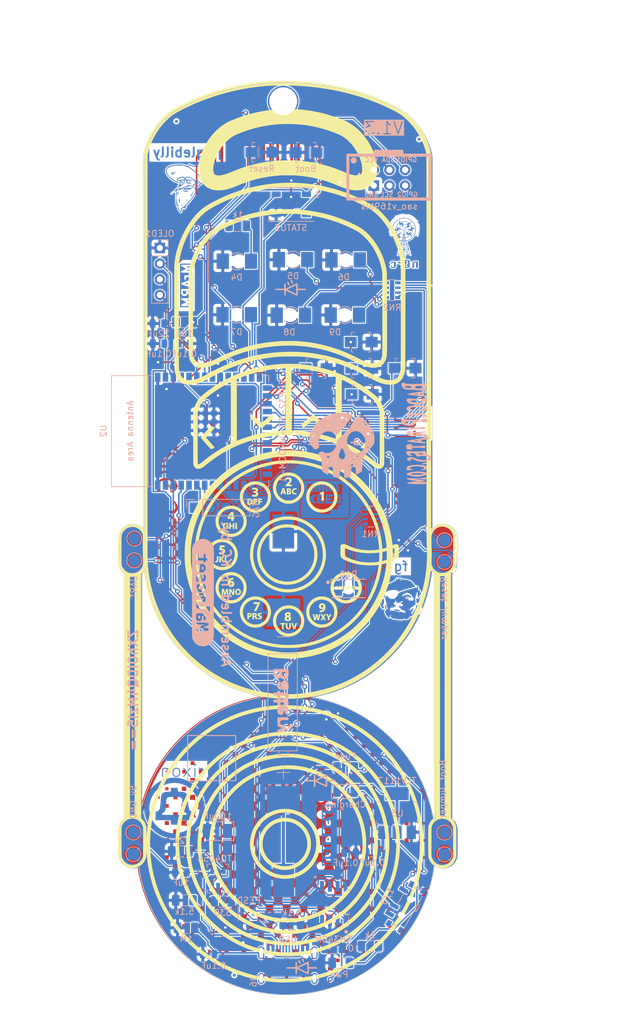
<source format=kicad_pcb>
(kicad_pcb (version 20221018) (generator pcbnew)
  (title_block (title "BSidesKC Badge") (date "2023-08-11") (rev "1.1") (company "BadgePirates") (comment 1 "ESP32-S3 WROOM (WIFI/BTLE)") (comment 2 "USB to Serial Programming") (comment 3 "Lipo Charger / 14500 Battery") (comment 4 "5 Input Buttons"))
  (layers (0 "F.Cu" signal) (31 "B.Cu" signal) (34 "B.Paste" user) (35 "F.Paste" user) (36 "B.SilkS" user "B.Silkscreen") (37 "F.SilkS" user "F.Silkscreen") (38 "B.Mask" user) (39 "F.Mask" user) (44 "Edge.Cuts" user))
  (net 0 "")
  (net 1 "/BATTERY+")
  (net 2 "GND")
  (net 3 "RESET")
  (net 4 "VBUS")
  (net 5 "VCC")
  (net 6 "Net-(U1-V3)")
  (net 7 "+BATT")
  (net 8 "Net-(J6-SHIELD)")
  (net 9 "Net-(D1-A)")
  (net 10 "Net-(D2-K)")
  (net 12 "Net-(D4-A)")
  (net 13 "Net-(D6-RK)")
  (net 14 "Net-(D5-A)")
  (net 15 "Net-(D6-BK)")
  (net 16 "IO18")
  (net 17 "Net-(D7-A)")
  (net 18 "Net-(D8-A)")
  (net 19 "D+")
  (net 20 "D-")
  (net 21 "Net-(D6-GK)")
  (net 22 "Net-(D9-A)")
  (net 23 "IO45")
  (net 24 "IO21")
  (net 25 "TMS")
  (net 26 "TDI")
  (net 27 "TDO")
  (net 28 "TCK")
  (net 29 "USB_RX_ESP_TX")
  (net 30 "USB_TX_ESP_RX")
  (net 31 "Boot")
  (net 32 "Net-(SW2-A)")
  (net 33 "Net-(J6-VBUS-PadA4)")
  (net 34 "Net-(J6-CC1)")
  (net 35 "SCL")
  (net 36 "SDA")
  (net 38 "Net-(J6-CC2)")
  (net 40 "IO15")
  (net 41 "IO05")
  (net 42 "IO04")
  (net 43 "IO03")
  (net 44 "IO10")
  (net 45 "IO14")
  (net 46 "IO13")
  (net 47 "IO12")
  (net 48 "IO11")
  (net 49 "IO46")
  (net 50 "IO37")
  (net 51 "IO36")
  (net 52 "IO35")
  (net 53 "IO38")
  (net 54 "IO16")
  (net 55 "IO17")
  (net 56 "IO08")
  (net 57 "IO09")
  (net 58 "IO47")
  (net 59 "IO48")
  (net 60 "IO02")
  (net 61 "IO01")
  (net 62 "Net-(U4-~{CHRG})")
  (net 63 "Net-(U4-PROG)")
  (net 68 "Net-(D10-A)")
  (footprint "BadgePirates:Badgelife-SAOv169-SAO_Side_B.SLK" (layer "F.Cu") (at 116.0398 49.1816)
    (fp_text reference "X1" hide)
    (fp_text value "sao_v169bis")
  )
  (footprint "BadgePiratesLogos:NG_B.Cu" (layer "F.Cu") (at 105.870876 101.016971)
    (fp_text reference "G***" hide)
    (fp_text value "NG_BSilk_B.Cu" hide)
  )
  (footprint "BSidesKC:F.Cu_g4806" (layer "F.Cu") (at 53.6 106.75)
    (fp_text reference "G***" hide)
    (fp_text value "LOGO" hide)
  )
  (footprint "BadgePirates:LED_Osram_Lx_P47F_D2mm_ReverseMount_Proper_Mask Only" (layer "F.Cu") (at 109.205 71.355 180)
    (fp_text reference "D9")
    (fp_text value "LED")
  )
  (footprint "LOGO" (layer "F.Cu") (at 74.434225 130.455417)
    (fp_text reference "G***" hide)
    (fp_text value "LOGO" hide)
  )
  (footprint "BSidesKC:F.Mask_g4808" (layer "F.Cu") (at 53.58 106.75)
    (fp_text reference "G***" hide)
    (fp_text value "LOGO" hide)
  )
  (footprint "BadgePirates:LED_Osram_Lx_P47F_D2mm_ReverseMount_Proper_Mask Only" (layer "F.Cu") (at 109.33 62.43 180)
    (fp_text reference "D6")
    (fp_text value "LED")
  )
  (footprint "BadgePiratesLogos:Jiggle_B.Cu" (layer "F.Cu") (at 83.78 50.11)
    (fp_text reference "G***" hide)
    (fp_text value "jigglebilly")
  )
  (footprint "BadgePiratesLogos:LED_Schematic_B.SLK" (layer "F.Cu") (at 100.405 66.905)
    (fp_text reference "G***" hide)
    (fp_text value "LOGO" hide)
  )
  (footprint "BSidesKC:JustWords_FC" (layer "F.Cu") (at 53.570345 106.722326)
    (fp_text reference "G***" hide)
    (fp_text value "LOGO" hide)
  )
  (footprint "BadgePiratesLogos:FG_B.Cu" (layer "F.Cu") (at 118.25862 117.176868)
    (fp_text reference "G***" hide)
    (fp_text value "fg")
  )
  (footprint "BadgePirates:LED_Osram_Lx_P47F_D2mm_ReverseMount_Proper_Mask Only" (layer "F.Cu") (at 100.455 71.38 180)
    (fp_text reference "D8")
    (fp_text value "LED")
  )
  (footprint "LOGO" (layer "F.Cu") (at 74.434225 130.455417)
    (fp_text reference "G***" hide)
    (fp_text value "LOGO" hide)
  )
  (footprint "BadgePiratesLogos:rixon_B.Cu" (layer "F.Cu") (at 81.568283 151.265844)
    (fp_text reference "G***" hide)
    (fp_text value "Rixon" hide)
  )
  (footprint "BadgePiratesLogos:BPSkull_Distressed_B.SILK" (layer "F.Cu") (at 108.754592 92.468772)
    (fp_text reference "G***" hide)
    (fp_text value "BP Logo" hide)
  )
  (footprint "BadgePiratesLogos:BadgePiratesURL_B.SLK" (layer "F.Cu") (at 121.5 90.55 90)
    (fp_text reference "G***" hide)
    (fp_text value "LOGO" hide)
  )
  (footprint "BSidesKC:F.SilkS_g4810" (layer "F.Cu") (at 53.537704 106.772009)
    (fp_text reference "G***" hide)
    (fp_text value "LOGO" hide)
  )
  (footprint "LOGO" (layer "F.Cu") (at 74.434225 130.455417)
    (fp_text reference "G***" hide)
    (fp_text value "LOGO" hide)
  )
  (footprint "BadgePiratesLogos:n0rc_B.SLK" (layer "F.Cu") (at 118.820001 58.605367)
    (fp_text reference "REF**" hide)
    (fp_text value "n0rc_B.CU" hide)
  )
  (footprint "BadgePirates:LED_Osram_Lx_P47F_D2mm_ReverseMount_Proper_Mask Only" (layer "F.Cu") (at 100.805 62.38 180)
    (fp_text reference "D5")
    (fp_text value "LED")
  )
  (footprint "BadgePirates:LED_Osram_Lx_P47F_D2mm_ReverseMount_Proper_Mask Only" (layer "F.Cu") (at 91.705 62.63 180)
    (fp_text reference "D4")
    (fp_text value "LED")
  )
  (footprint "BadgePiratesLogos:LED_Schematic_B.SLK" (layer "F.Cu") (at 102.22 176.88)
    (fp_text reference "G***" hide)
    (fp_text value "LOGO" hide)
  )
  (footprint "BadgePirates:LED_RGB_1210" (layer "F.Cu") (at 109.78 115.68)
    (fp_text reference "D10")
    (fp_text value "LED")
  )
  (footprint "LOGO" (layer "F.Cu") (at 74.434225 130.455417)
    (fp_text reference "G***" hide)
    (fp_text value "LOGO" hide)
  )
  (footprint "BadgePiratesLogos:LED_Schematic_B.SLK" (layer "F.Cu") (at 105.190166 146.533244)
    (fp_text reference "G***" hide)
    (fp_text value "LOGO" hide)
  )
  (footprint "BadgePirates:LED_Osram_Lx_P47F_D2mm_ReverseMount_Proper_Mask Only" (layer "F.Cu") (at 91.669 71.305 180)
    (fp_text reference "D7")
    (fp_text value "LED")
  )
  (footprint "BadgePirates:Hole_4.5mm" (layer "F.Cu") (at 99.205 36.705)
    (fp_text reference "REF**" hide)
    (fp_text value "4.5mm")
  )
  (footprint "Connector_PinHeader_2.54mm:PinHeader_1x04_P2.54mm_Vertical" (layer "B.Cu") (at 84.87 102.58 -90)
    (fp_text reference "J2" hide)
    (fp_text value "JTAG")
  )
  (footprint "Fiducial:Fiducial_0.5mm_Mask1mm" (layer "B.Cu") (at 81.89 39.96 180)
    (fp_text reference "REF**" hide)
    (fp_text value "Fiducial_0.5mm_Mask1mm")
  )
  (footprint "BadgePirates:Switch_Tactile_SMD_B3U-1000P-BPVersion" (layer "B.Cu") (at 95.755 44.98 180)
    (fp_text reference "SW_Reset1" hide)
    (fp_text value "Reset")
  )
  (footprint "BadgePirates:R_1206_3216Metric" (layer "B.Cu") (at 113.28 173.67)
    (fp_text reference "R2" hide)
    (fp_text value "1k")
  )
  (footprint "BadgePirates:Switch_Tactile_SMD_B3U-1000P-BPVersion" (layer "B.Cu") (at 111.94 80.01 180)
    (fp_text reference "SW5" hide)
    (fp_text value "SW_Center")
  )
  (footprint "LED_SMD:LED_WS2812B_PLCC4_5.0x5.0mm_P3.2mm" (layer "B.Cu") (at 100.505 53.43 180)
    (fp_text reference "D3" hide)
    (fp_text value "STATUS")
  )
  (footprint "Package_TO_SOT_SMD:SOT-23" (layer "B.Cu") (at 93.47 168.8975 -90)
    (fp_text reference "D11" hide)
    (fp_text value "PESD")
  )
  (footprint "Fiducial:Fiducial_0.5mm_Mask1mm" (layer "B.Cu") (at 91.27 178.37 180)
    (fp_text reference "REF**" hide)
    (fp_text value "Fiducial_0.5mm_Mask1mm")
  )
  (footprint "BadgePirates:Switch_Tactile_SMD_B3U-1000P-BPVersion" (layer "B.Cu") (at 111.85 75.74 180)
    (fp_text reference "SW6" hide)
    (fp_text value "SW_Up")
  )
  (footprint "BadgePirates:TestPoint_Pad_D2.0mm x2" (layer "B.Cu") (at 75.055 111.13 90)
    (fp_text reference "J1" hide)
    (fp_text value "UART")
  )
  (footprint "BadgePirates:TestPoint_Pad_D2.0mm x2" (layer "B.Cu") (at 74.905 155.23 -90)
    (fp_text reference "J4" hide)
    (fp_text value "5v GND")
  )
  (footprint "BadgePirates:Switch_Tactile_SMD_B3U-1000P-BPVersion" (layer "B.Cu") (at 104.54 80.02 180)
    (fp_text reference "SW4" hide)
    (fp_text value "SW_Right")
  )
  (footprint "BadgePirates:TestPoint_Pad_D2.0mm x2" (layer "B.Cu") (at 125.355 111.3842 90)
    (fp_text reference "J3" hide)
    (fp_text value "Reset Jumper")
  )
  (footprint "Fiducial:Fiducial_0.5mm_Mask1mm" (layer "B.Cu") (at 121.23 42.87 180)
    (fp_text reference "REF**" hide)
    (fp_text value "Fiducial_0.5mm_Mask1mm")
  )
  (footprint "BadgePirates:Switch_Tactile_SMD_B3U-1000P-BPVersion" (layer "B.Cu") (at 112 84.21 180)
    (fp_text reference "SW7" hide)
    (fp_text value "SW_Down")
  )
  (footprint "LED_SMD:LED_1206_3216Metric" (layer "B.Cu") (at 109.33 148.61)
    (fp_text reference "D2" hide)
    (fp_text value "Charging")
  )
  (footprint "BadgePirates:C_0805_2012Metric" (layer "B.Cu") (at 82.6125 161.71 180)
    (fp_text reference "C5" hide)
    (fp_text value "1uF")
  )
  (footprint "Resistor_SMD:R_Array_Convex_4x0603" (layer "B.Cu") (at 116.855 67.33)
    (fp_text reference "RN2")
    (fp_text value "1k_Array" hide)
  )
  (footprint "Connector_PinHeader_2.54mm:PinHeader_1x04_P2.54mm_Vertical" (layer "B.Cu") (at 79.205 60.485 180)
    (fp_text reference "OLED1")
    (fp_text value "OLED")
  )
  (footprint "BadgePirates:C_0805_2012Metric" (layer "B.Cu") (at 113.65 158.46 180)
    (fp_text reference "C3" hide)
    (fp_text value "0.1uF")
  )
  (footprint "BadgePirates:R_1206_3216Metric" (layer "B.Cu") (at 107.38 173.94 180)
    (fp_text reference "R6" hide)
    (fp_text value "0")
  )
  (footprint "BadgePirates:R_1206_3216Metric" (layer "B.Cu") (at 91.83 56.905)
    (fp_text reference "R5" hide)
    (fp_text value "1k")
  )
  (footprint "BadgePirates:Switch_Tactile_SMD_B3U-1000P-BPVersion" (layer "B.Cu") (at 118.96 79.98 180)
    (fp_text reference "SW3" hide)
    (fp_text value "SW_Left")
  )
  (footprint "Resistor_SMD:R_Array_Convex_4x0603" (layer "B.Cu") (at 113.405 104.03)
    (fp_text reference "RN1")
    (fp_text value "1k_Array")
  )
  (footprint "BadgePirates:R_1206_3216Metric" (layer "B.Cu") (at 109.32 144.69)
    (fp_text reference "F1" hide)
    (fp_text value "Fuse")
  )
  (footprint "BadgePirates:Switch_Tactile_SMD_B3U-1000P-BPVersion" (layer "B.Cu") (at 102.905 45.005 180)
    (fp_text reference "SW1" hide)
    (fp_text value "Boot")
  )
  (footprint "BadgePirates:R_1206_3216Metric" (layer "B.Cu") (at 83.18 166.23 180)
    (fp_text reference "R10" hide)
    (fp_text value "5.1k")
  )
  (footprint "BadgePirates:R_1206_3216Metric" (layer "B.Cu") (at 100.62 170.04)
    (fp_text reference "R8" hide)
    (fp_text value "5.1k")
  )
  (footprint "Espressif:ESP32-S3-WROOM-1" (layer "B.Cu") (at 87.115 90.18 -90)
    (fp_text reference "U2")
    (fp_text value "ESP32-S3-WROOM-1")
  )
  (footprint "BadgePirates:SOIC-8-1EP_W3.9mm" (layer "B.Cu") (at 107.405 166.71 180)
    (fp_text reference "U1" hide)
    (fp_text value "CH340N")
  )
  (footprint "BadgePirates:TestPoint_Pad_D2.0mm x2" (layer "B.Cu") (at 125.355 158.78 90)
    (fp_text reference "J5" hide)
    (fp_text value "Boot Jumper")
  )
  (footprint "BadgePirates:C_0805_2012Metric" (layer "B.Cu") (at 78.97 72.73 180)
    (fp_text reference "C7" hide)
    (fp_text value "22uF")
  )
  (footprint "BadgePirates:SW_SPDT_PCM12" (layer "B.Cu") (at 118.844212 167.190962 -120)
    (fp_text reference "1/0")
    (fp_text value "SW_SPDT")
  )
  (footprint "kibuzzard-64E628A6" (layer "B.Cu") (at 86.19 116.36 90)
    (fp_text reference "kibuzzard-64E628A6" hide)
    (fp_text value "G***" hide)
  )
  (footprint "BadgePirates:C_0805_2012Metric" (layer "B.Cu") (at 87.11 174.96 180)
    (fp_text reference "C8" hide)
    (fp_text value "0.1uF")
  )
  (footprint "BadgePirates:C_0805_2012Metric" (layer "B.Cu") (at 110.05 158.5)
    (fp_text reference "C2" hide)
    (fp_text value "0.1uF")
  )
  (footprint "BadgePirates:LTC4054" (layer "B.Cu") (at 88.6425 162.705 180)
    (fp_text reference "U4" hide)
    (fp_text value "LTC4054")
  )
  (footprint "BadgePirates:R_1206_3216Metric" (layer "B.Cu") (at 83.47 170.68 180)
    (fp_text reference "R12" hide)
    (fp_text value "1M")
  )
  (footprint "Capacitor_Tantalum_SMD:CP_EIA-3528-21_Kemet-B_Pad1.50x2.35mm_HandSolder" (layer "B.Cu") (at 88.555 155.005 180)
    (fp_text reference "C4" hide)
    (fp_text value "100uF")
  )
  (footprint "BadgePirates:Battery - 14500" (layer "B.Cu") (at 99.245 134.755 90)
    (fp_text reference "BT1")
    (fp_text value "Battery")
  )
  (footprint "BadgePirates:C_0805_2012Metric" (layer "B.Cu") (at 79.01 75.99 180)
    (fp_text reference "C6" hide)
    (fp_text value "0.1uF")
  )
  (footprint "BadgePirates:R_1206_3216Metric" (layer "B.Cu") (at 108.55 176.36)
    (fp_text reference "D1" hide)
    (fp_text value "Pwr")
  )
  (footprint "BadgePirates:R_1206_3216Metric" (layer "B.Cu") (at 83.22 72.51)
    (fp_text reference "R1" hide)
    (fp_text value "10k")
  )
  (footprint "BadgePirates:C_0805_2012Metric" (layer "B.Cu") (at 83.2 75.98)
    (fp_text reference "C1" hide)
    (fp_text value "0.1uF")
  )
  (footprint "BadgePirates:R_1206_3216Metric" (layer "B.Cu") (at 89.4 166.42 180)
    (fp_text reference "R3" hide)
    (fp_text value "330")
  )
  (footprint "BadgePirates:USB_C_Receptical-Jing" (layer "B.Cu") (at 99.955 174.7425 180)
    (fp_text reference "J6")
    (fp_text value "USB")
  )
  (footprint "BadgePirates:SOT-223" (layer "B.Cu") (at 117.66 152.05 180)
    (fp_text reference "U3")
    (fp_text value "TLV1117")
  )
  (footprint "BadgePirates:R_1206_3216Metric" (layer "B.Cu") (at 82.53 158.305 180)
    (fp_text reference "R4" hide)
    (fp_text value "2k")
  )
  (gr_rect (start 83.71 139.52) (end 91.51 146.85) (stroke (width 0.15)) (fill none) (layer "B.SilkS"))
  (gr_line (start 118.496 172.6195) (end 118.639 172.4415) (stroke (width 0.1)) (layer "Edge.Cuts"))
  (gr_line (start 104.811 133.5055) (end 103.909 133.3315) (stroke (width 0.1)) (layer "Edge.Cuts"))
  (gr_line (start 114.317 128.8252) (end 115.051 128.239) (stroke (width 0.1)) (layer "Edge.Cuts"))
  (gr_line (start 121.703 167.4895) (end 122.019 166.7765) (stroke (width 0.1)) (layer "Edge.Cuts"))
  (gr_line (start 106.865 134.0415) (end 107.7 134.29) (stroke (width 0.1)) (layer "Edge.Cuts"))
  (gr_line (start 81.33 173.1) (end 81.68 173.48) (stroke (width 0.1)) (layer "Edge.Cuts"))
  (gr_line (start 120.932 40.44044) (end 120.52 39.96951) (stroke (width 0.1)) (layer "Edge.Cuts"))
  (gr_line (start 112.778 129.909) (end 113.559 129.3822) (stroke (width 0.1)) (layer "Edge.Cuts"))
  (gr_line (start 82.581 140.0985) (end 82.139 140.5535) (stroke (width 0.1)) (layer "Edge.Cuts"))
  (gr_line (start 84.613 176.2325) (end 85.204 176.6915) (stroke (width 0.1)) (layer "Edge.Cuts"))
  (gr_line (start 73.5587 153.0015) (end 73.3494 153.1855) (stroke (width 0.1)) (layer "Edge.Cuts"))
  (gr_line (start 77.791 42.5796) (end 77.5226 43.1274) (stroke (width 0.1)) (layer "Edge.Cuts"))
  (gr_line (start 119.457 123.3876) (end 119.971 122.598) (stroke (width 0.1)) (layer "Edge.Cuts"))
  (gr_line (start 127.11 106.2944) (end 126.981 106.1222) (stroke (width 0.1)) (layer "Edge.Cuts"))
  (gr_line (start 115.752 175.4775) (end 115.796 175.4375) (stroke (width 0.1)) (layer "Edge.Cuts"))
  (gr_line (start 87.059 177.9605) (end 87.331 178.1265) (stroke (width 0.1)) (layer "Edge.Cuts"))
  (gr_line (start 73.2051 160.2345) (end 73.3494 160.3925) (stroke (width 0.1)) (layer "Edge.Cuts"))
  (gr_line (start 122.312 166.0535) (end 122.581 165.3215) (stroke (width 0.1)) (layer "Edge.Cuts"))
  (gr_line (start 91.336 131.9435) (end 92.22 132.2795) (stroke (width 0.1)) (layer "Edge.Cuts"))
  (gr_line (start 92.517 180.4525) (end 93.296 180.6815) (stroke (width 0.1)) (layer "Edge.Cuts"))
  (gr_line (start 78.791 169.4645) (end 79.177 170.1065) (stroke (width 0.1)) (layer "Edge.Cuts"))
  (gr_line (start 83.598 126.8358) (end 84.269 127.4771) (stroke (width 0.1)) (layer "Edge.Cuts"))
  (gr_line (start 77.7559 167.4745) (end 78.2406 168.4625) (stroke (width 0.1)) (layer "Edge.Cuts"))
  (gr_line (start 127.448 107.0951) (end 127.393 106.8806) (stroke (width 0.1)) (layer "Edge.Cuts"))
  (gr_line (start 73.2051 106.1222) (end 73.0762 106.2944) (stroke (width 0.1)) (layer "Edge.Cuts"))
  (gr_line (start 116.713 139.9555) (end 115.98 139.2615) (stroke (width 0.1)) (layer "Edge.Cuts"))
  (gr_line (start 73.3494 153.1855) (end 73.2051 153.3445) (stroke (width 0.1)) (layer "Edge.Cuts"))
  (gr_line (start 72.7934 112.2537) (end 72.8691 112.4594) (stroke (width 0.1)) (layer "Edge.Cuts"))
  (gr_line (start 82.93 174.7485) (end 83.476 175.2595) (stroke (width 0.1)) (layer "Edge.Cuts"))
  (gr_line (start 91.747 180.1965) (end 92.517 180.4525) (stroke (width 0.1)) (layer "Edge.Cuts"))
  (gr_line (start 127.483 111.8174) (end 127.494 111.5891) (stroke (width 0.1)) (layer "Edge.Cuts"))
  (gr_line (start 123.421 106.2044) (end 123.421 60.092) (stroke (width 0.1)) (layer "Edge.Cuts"))
  (gr_line (start 114.05 176.8525) (end 114.373 176.6105) (stroke (width 0.1)) (layer "Edge.Cuts"))
  (gr_line (start 94.797 33.97827) (end 93.681 34.13856) (stroke (width 0.1)) (layer "Edge.Cuts"))
  (gr_line (start 124.983 105.3179) (end 124.761 105.3521) (stroke (width 0.1)) (layer "Edge.Cuts"))
  (gr_line (start 127.393 154.1025) (end 127.317 153.8965) (stroke (width 0.1)) (layer "Edge.Cuts"))
  (gr_line (start 80.996 38.72052) (end 80.503 39.11418) (stroke (width 0.1)) (layer "Edge.Cuts"))
  (gr_line (start 78.773 169.4335) (end 78.791 169.4645) (stroke (width 0.1)) (layer "Edge.Cuts"))
  (gr_line (start 99.734 181.5545) (end 100.861 181.5285) (stroke (width 0.1)) (layer "Edge.Cuts"))
  (gr_line (start 123.541 161.6805) (end 123.642 161.0835) (stroke (width 0.1)) (layer "Edge.Cuts"))
  (gr_line (start 121.508 146.6435) (end 121.51 146.6435) (stroke (width 0.1)) (layer "Edge.Cuts"))
  (gr_line (start 81.742 124.7598) (end 82.333 125.4764) (stroke (width 0.1)) (layer "Edge.Cuts"))
  (gr_line (start 74.4805 105.3521) (end 74.2661 105.4076) (stroke (width 0.1)) (layer "Edge.Cuts"))
  (gr_line (start 72.7934 154.1025) (end 72.7379 154.3165) (stroke (width 0.1)) (layer "Edge.Cuts"))
  (gr_line (start 127.483 154.5395) (end 127.448 154.3175) (stroke (width 0.1)) (layer "Edge.Cuts"))
  (gr_line (start 106.62 34.27085) (end 105.41 34.09089) (stroke (width 0.1)) (layer "Edge.Cuts"))
  (gr_line (start 123.369 112.6779) (end 123.369 112.6778) (stroke (width 0.1)) (layer "Edge.Cuts"))
  (gr_line (start 74.9746 105.3063) (end 74.9307 105.3063) (stroke (width 0.1)) (layer "Edge.Cuts"))
  (gr_line (start 92.393 134.0995) (end 91.538 134.3895) (stroke (width 0.1)) (layer "Edge.Cuts"))
  (gr_line (start 122.005 41.9623) (end 121.675 41.44041) (stroke (width 0.1)) (layer "Edge.Cuts"))
  (gr_line (start 72.9638 112.6551) (end 73.0762 112.8397) (stroke (width 0.1)) (layer "Edge.Cuts"))
  (gr_line (start 115.928 37.00173) (end 114.813 36.52955) (stroke (width 0.1)) (layer "Edge.Cuts"))
  (gr_line (start 79.668 121.6671) (end 80.141 122.4726) (stroke (width 0.1)) (layer "Edge.Cuts"))
  (gr_line (start 72.6921 111.5891) (end 72.7037 111.8174) (stroke (width 0.1)) (layer "Edge.Cuts"))
  (gr_line (start 123.961 105.6904) (end 123.788 105.8193) (stroke (width 0.1)) (layer "Edge.Cuts"))
  (gr_line (start 115.219 138.5965) (end 114.43 137.9645) (stroke (width 0.1)) (layer "Edge.Cuts"))
  (gr_line (start 127.223 159.8775) (end 127.317 159.6815) (stroke (width 0.1)) (layer "Edge.Cuts"))
  (gr_line (start 105.708 133.7145) (end 105.706 133.7145) (stroke (width 0.1)) (layer "Edge.Cuts"))
  (gr_line (start 98.915 181.5405) (end 99.734 181.5545) (stroke (width 0.1)) (layer "Edge.Cuts"))
  (gr_line (start 89.047 135.4475) (end 88.244 135.8625) (stroke (width 0.1)) (layer "Edge.Cuts"))
  (gr_line (start 124.547 105.4076) (end 124.341 105.4833) (stroke (width 0.1)) (layer "Edge.Cuts"))
  (gr_line (start 119.788 170.8825) (end 120.215 170.2295) (stroke (width 0.1)) (layer "Edge.Cuts"))
  (gr_line (start 75.2029 105.3179) (end 74.9746 105.3063) (stroke (width 0.1)) (layer "Edge.Cuts"))
  (gr_line (start 127.393 112.2538) (end 127.448 112.0393) (stroke (width 0.1)) (layer "Edge.Cuts"))
  (gr_line (start 85.068 36.61123) (end 84.047 37.06159) (stroke (width 0.1)) (layer "Edge.Cuts"))
  (gr_line (start 122.626 165.1955) (end 122.626 165.1945) (stroke (width 0.1)) (layer "Edge.Cuts"))
  (gr_line (start 103.909 133.3315) (end 104.87 133.1535) (stroke (width 0.1)) (layer "Edge.Cuts"))
  (gr_line (start 72.7379 112.0393) (end 72.7934 112.2537) (stroke (width 0.1)) (layer "Edge.Cuts"))
  (gr_line (start 72.9638 106.479) (end 72.8691 106.6748) (stroke (width 0.1)) (layer "Edge.Cuts"))
  (gr_line (start 72.7379 154.3165) (end 72.7037 154.5395) (stroke (width 0.1)) (layer "Edge.Cuts"))
  (gr_line (start 122.574 43.0303) (end 122.305 42.4934) (stroke (width 0.1)) (layer "Edge.Cuts"))
  (gr_line (start 76.7492 149.5585) (end 76.5304 150.2525) (stroke (width 0.1)) (layer "Edge.Cuts"))
  (gr_line (start 98.099 181.4995) (end 98.915 181.5405) (stroke (width 0.1)) (layer "Edge.Cuts"))
  (gr_line (start 126.628 153.0015) (end 126.628 113.3549) (stroke (width 0.1)) (layer "Edge.Cuts"))
  (gr_line (start 75.845 105.4833) (end 75.6393 105.4076) (stroke (width 0.1)) (layer "Edge.Cuts"))
  (gr_line (start 81.14 172.87) (end 81.33 173.1) (stroke (width 0.1)) (layer "Edge.Cuts"))
  (gr_line (start 81.887 173.6765) (end 82.401 174.2205) (stroke (width 0.1)) (layer "Edge.Cuts"))
  (gr_line (start 73.0762 112.8397) (end 73.2051 113.0118) (stroke (width 0.1)) (layer "Edge.Cuts"))
  (gr_line (start 108.851 179.7745) (end 109.458 179.5165) (stroke (width 0.1)) (layer "Edge.Cuts"))
  (gr_line (start 106.35 180.6355) (end 106.985 180.4455) (stroke (width 0.1)) (layer "Edge.Cuts"))
  (gr_line (start 76.9273 165.4435) (end 77.318 166.4675) (stroke (width 0.1)) (layer "Edge.Cuts"))
  (gr_line (start 76.2887 163.3455) (end 76.5841 164.4025) (stroke (width 0.1)) (layer "Edge.Cuts"))
  (gr_line (start 119.342 143.0215) (end 118.733 142.2145) (stroke (width 0.1)) (layer "Edge.Cuts"))
  (gr_line (start 72.9637 159.8775) (end 73.0761 160.0625) (stroke (width 0.1)) (layer "Edge.Cuts"))
  (gr_line (start 103.106 181.3195) (end 104.218 181.1365) (stroke (width 0.1)) (layer "Edge.Cuts"))
  (gr_line (start 78.818 119.9965) (end 79.227 120.8415) (stroke (width 0.1)) (layer "Edge.Cuts"))
  (gr_line (start 82.333 125.4764) (end 82.952 126.1687) (stroke (width 0.1)) (layer "Edge.Cuts"))
  (gr_line (start 119.622 39.10564) (end 119.137 38.72064) (stroke (width 0.1)) (layer "Edge.Cuts"))
  (gr_line (start 118.09 141.4335) (end 117.417 140.6805) (stroke (width 0.1)) (layer "Edge.Cuts"))
  (gr_line (start 109.458 179.5165) (end 110.059 179.2425) (stroke (width 0.1)) (layer "Edge.Cuts"))
  (gr_line (start 109.017 34.73498) (end 107.823 34.48536) (stroke (width 0.1)) (layer "Edge.Cuts"))
  (gr_line (start 100.861 181.5285) (end 101.986 181.4495) (stroke (width 0.1)) (layer "Edge.Cuts"))
  (gr_line (start 73.6801 105.6904) (end 73.508 105.8193) (stroke (width 0.1)) (layer "Edge.Cuts"))
  (gr_line (start 108.64 134.67) (end 109.35 134.94) (stroke (width 0.1)) (layer "Edge.Cuts"))
  (gr_line (start 77.2508 148.1885) (end 76.9893 148.8705) (stroke (width 0.1)) (layer "Edge.Cuts"))
  (gr_line (start 126.678 105.8193) (end 126.506 105.6904) (stroke (width 0.1)) (layer "Edge.Cuts"))
  (gr_line (start 123.369 112.6778) (end 123.486 112.8306) (stroke (width 0.1)) (layer "Edge.Cuts"))
  (gr_line (start 125.255 105.3063) (end 125.212 105.3063) (stroke (width 0.1)) (layer "Edge.Cuts"))
  (gr_line (start 120.52 39.96951) (end 120.083 39.52325) (stroke (width 0.1)) (layer "Edge.Cuts"))
  (gr_line (start 76.333 150.9515) (end 76.333 113.1568) (stroke (width 0.1)) (layer "Edge.Cuts"))
  (gr_line (start 104.405 181.1005) (end 104.406 181.1005) (stroke (width 0.1)) (layer "Edge.Cuts"))
  (gr_line (start 97.042 33.76239) (end 95.918 33.85271) (stroke (width 0.1)) (layer "Edge.Cuts"))
  (gr_line (start 123.421 45.7316) (end 123.421 45.7042) (stroke (width 0.1)) (layer "Edge.Cuts"))
  (gr_line (start 88.039 178.5345) (end 88.759 178.9175) (stroke (width 0.1)) (layer "Edge.Cuts"))
  (gr_line (start 90.376 34.82284) (end 89.291 35.11707) (stroke (width 0.1)) (layer "Edge.Cuts"))
  (gr_line (start 74.266 160.9485) (end 74.4805 161.0045) (stroke (width 0.1)) (layer "Edge.Cuts"))
  (gr_line (start 77.5226 43.1274) (end 77.2877 43.6767) (stroke (width 0.1)) (layer "Edge.Cuts"))
  (gr_line (start 127.393 106.8806) (end 127.317 106.6748) (stroke (width 0.1)) (layer "Edge.Cuts"))
  (gr_line (start 87.196 129.766) (end 87.984 130.265) (stroke (width 0.1)) (layer "Edge.Cuts"))
  (gr_line (start 121.51 146.6435) (end 121.509 146.6425) (stroke (width 0.1)) (layer "Edge.Cuts"))
  (gr_line (start 122.626 165.1935) (end 122.816 164.6175) (stroke (width 0.1)) (layer "Edge.Cuts"))
  (gr_line (start 111.976 130.4048) (end 112.778 129.909) (stroke (width 0.1)) (layer "Edge.Cuts"))
  (gr_line (start 122.816 164.6175) (end 122.991 164.0365) (stroke (width 0.1)) (layer "Edge.Cuts"))
  (gr_line (start 119.787 170.8845) (end 119.788 170.8825) (stroke (width 0.1)) (layer "Edge.Cuts"))
  (gr_line (start 105.708 180.8075) (end 106.35 180.6355) (stroke (width 0.1)) (layer "Edge.Cuts"))
  (gr_line (start 127.483 107.3171) (end 127.448 107.0951) (stroke (width 0.1)) (layer "Edge.Cuts"))
  (gr_line (start 83.041 37.54166) (end 82.052 38.05096) (stroke (width 0.1)) (layer "Edge.Cuts"))
  (gr_line (start 124.404 160.8985) (end 124.596 160.9635) (stroke (width 0.1)) (layer "Edge.Cuts"))
  (gr_line (start 127.317 159.6815) (end 127.393 159.4755) (stroke (width 0.1)) (layer "Edge.Cuts"))
  (gr_line (start 123.505 152.705) (end 123.555 153.13) (stroke (width 0.1)) (layer "Edge.Cuts"))
  (gr_line (start 127.448 112.0393) (end 127.483 111.8174) (stroke (width 0.1)) (layer "Edge.Cuts"))
  (gr_line (start 104.219 181.1365) (end 104.405 181.1005) (stroke (width 0.1)) (layer "Edge.Cuts"))
  (gr_line (start 82.952 126.1687) (end 83.598 126.8358) (stroke (width 0.1)) (layer "Edge.Cuts"))
  (gr_line (start 117.203 174.0815) (end 117.865 173.3625) (stroke (width 0.1)) (layer "Edge.Cuts"))
  (gr_line (start 88.217 35.44352) (end 87.155 35.8017) (stroke (width 0.1)) (layer "Edge.Cuts"))
  (gr_line (start 124.795 161.0115) (end 125.001 161.0405) (stroke (width 0.1)) (layer "Edge.Cuts"))
  (gr_line (start 127.11 153.5165) (end 126.981 153.3445) (stroke (width 0.1)) (layer "Edge.Cuts"))
  (gr_line (start 126.322 105.578) (end 126.126 105.4833) (stroke (width 0.1)) (layer "Edge.Cuts"))
  (gr_line (start 73.8646 160.7785) (end 74.0603 160.8735) (stroke (width 0.1)) (layer "Edge.Cuts"))
  (gr_line (start 110.059 179.2425) (end 110.653 178.9505) (stroke (width 0.1)) (layer "Edge.Cuts"))
  (gr_line (start 119.203 171.7075) (end 119.735 170.9605) (stroke (width 0.1)) (layer "Edge.Cuts"))
  (gr_line (start 76.2253 105.6904) (end 76.0407 105.578) (stroke (width 0.1)) (layer "Edge.Cuts"))
  (gr_line (start 89.49 179.2755) (end 90.233 179.6085) (stroke (width 0.1)) (layer "Edge.Cuts"))
  (gr_line (start 81.711 141.0175) (end 81.296 141.4915) (stroke (width 0.1)) (layer "Edge.Cuts"))
  (gr_line (start 115.796 175.4375) (end 115.797 175.4375) (stroke (width 0.1)) (layer "Edge.Cuts"))
  (gr_line (start 81.513 38.36471) (end 80.996 38.72052) (stroke (width 0.1)) (layer "Edge.Cuts"))
  (gr_line (start 127.483 159.0395) (end 127.494 158.8115) (stroke (width 0.1)) (layer "Edge.Cuts"))
  (gr_line (start 112.777 136.7995) (end 111.913 136.2685) (stroke (width 0.1)) (layer "Edge.Cuts"))
  (gr_line (start 123.417 45.6768) (end 123.32 45.1643) (stroke (width 0.1)) (layer "Edge.Cuts"))
  (gr_line (start 82.401 174.2205) (end 82.93 174.7485) (stroke (width 0.1)) (layer "Edge.Cuts"))
  (gr_line (start 94.135 133.6175) (end 93.259 133.8415) (stroke (width 0.1)) (layer "Edge.Cuts"))
  (gr_line (start 122.626 165.1945) (end 122.626 165.1935) (stroke (width 0.1)) (layer "Edge.Cuts"))
  (gr_line (start 123.085 114.6242) (end 123.247 113.6575) (stroke (width 0.1)) (layer "Edge.Cuts"))
  (gr_line (start 125.705 105.3521) (end 125.483 105.3179) (stroke (width 0.1)) (layer "Edge.Cuts"))
  (gr_line (start 76.6869 112.8136) (end 76.8162 112.6411) (stroke (width 0.1)) (layer "Edge.Cuts"))
  (gr_line (start 118.912 124.1547) (end 119.457 123.3876) (stroke (width 0.1)) (layer "Edge.Cuts"))
  (gr_line (start 123.788 105.8193) (end 123.63 105.9636) (stroke (width 0.1)) (layer "Edge.Cuts"))
  (gr_line (start 105.817 132.9355) (end 106.749 132.6815) (stroke (width 0.1)) (layer "Edge.Cuts"))
  (gr_line (start 96.478 181.3345) (end 97.287 181.4305) (stroke (width 0.1)) (layer "Edge.Cuts"))
  (gr_line (start 75.4249 105.3521) (end 75.2029 105.3179) (stroke (width 0.1)) (layer "Edge.Cuts"))
  (gr_line (start 98.17 33.70781) (end 97.042 33.76239) (stroke (width 0.1)) (layer "Edge.Cuts"))
  (gr_line (start 127.448 154.3175) (end 127.393 154.1025) (stroke (width 0.1)) (layer "Edge.Cuts"))
  (gr_line (start 120.966 145.5905) (end 120.46 144.7105) (stroke (width 0.1)) (layer "Edge.Cuts"))
  (gr_line (start 126.837 160.3925) (end 126.981 160.2345) (stroke (width 0.1)) (layer "Edge.Cuts"))
  (gr_line (start 118.102 38.06439) (end 118.101 38.06388) (stroke (width 0.1)) (layer "Edge.Cuts"))
  (gr_line (start 126.126 160.8735) (end 126.321 160.7785) (stroke (width 0.1)) (layer "Edge.Cuts"))
  (gr_line (start 127.494 107.5454) (end 127.483 107.3171) (stroke (width 0.1)) (layer "Edge.Cuts"))
  (gr_line (start 85.204 176.6915) (end 85.808 177.1335) (stroke (width 0.1)) (layer "Edge.Cuts"))
  (gr_line (start 123.727 160.4835) (end 123.881 160.6085) (stroke (width 0.1)) (layer "Edge.Cuts"))
  (gr_line (start 110.653 178.9505) (end 111.238 178.6425) (stroke (width 0.1)) (layer "Edge.Cuts"))
  (gr_line (start 118.733 142.2145) (end 118.09 141.4335) (stroke (width 0.1)) (layer "Edge.Cuts"))
  (gr_line (start 123.881 160.6085) (end 124.045 160.7205) (stroke (width 0.1)) (layer "Edge.Cuts"))
  (gr_line (start 73.8647 105.578) (end 73.6801 105.6904) (stroke (width 0.1)) (layer "Edge.Cuts"))
  (gr_line (start 127.317 112.4594) (end 127.393 112.2538) (stroke (width 0.1)) (layer "Edge.Cuts"))
  (gr_line (start 83.035 139.6535) (end 83.035 139.6545) (stroke (width 0.1)) (layer "Edge.Cuts"))
  (gr_line (start 77.7946 117.3541) (end 78.101 118.2521) (stroke (width 0.1)) (layer "Edge.Cuts"))
  (gr_line (start 74.98 161.055) (end 74.68 161.03) (stroke (width 0.1)) (layer "Edge.Cuts"))
  (gr_line (start 122.055 118.3437) (end 122.368 117.4376) (stroke (width 0.1)) (layer "Edge.Cuts"))
  (gr_line (start 72.8691 153.8965) (end 72.7934 154.1025) (stroke (width 0.1)) (layer "Edge.Cuts"))
  (gr_line (start 111.375 35.34181) (end 110.202 35.02027) (stroke (width 0.1)) (layer "Edge.Cuts"))
  (gr_line (start 78.7659 145.0705) (end 78.4591 145.6185) (stroke (width 0.1)) (layer "Edge.Cuts"))
  (gr_line (start 123.555 153.13) (end 123.83 152.93) (stroke (width 0.1)) (layer "Edge.Cuts"))
  (gr_line (start 72.8691 112.4594) (end 72.9638 112.6551) (stroke (width 0.1)) (layer "Edge.Cuts"))
  (gr_line (start 119.971 122.598) (end 120.454 121.7868) (stroke (width 0.1)) (layer "Edge.Cuts"))
  (gr_line (start 117.417 140.6805) (end 116.713 139.9555) (stroke (width 0.1)) (layer "Edge.Cuts"))
  (gr_line (start 74.0604 105.4833) (end 73.8647 105.578) (stroke (width 0.1)) (layer "Edge.Cuts"))
  (gr_line (start 76.7078 45.8381) (end 76.7078 45.8613) (stroke (width 0.1)) (layer "Edge.Cuts"))
  (gr_line (start 105.06 180.9625) (end 105.708 180.8075) (stroke (width 0.1)) (layer "Edge.Cuts"))
  (gr_line (start 77.2877 43.6767) (end 77.0877 44.2238) (stroke (width 0.1)) (layer "Edge.Cuts"))
  (gr_line (start 115.051 128.239) (end 115.761 127.6243) (stroke (width 0.1)) (layer "Edge.Cuts"))
  (gr_line (start 83.035 139.6545) (end 82.581 140.0985) (stroke (width 0.1)) (layer "Edge.Cuts"))
  (gr_line (start 73.3494 160.3925) (end 73.5079 160.5375) (stroke (width 0.1)) (layer "Edge.Cuts"))
  (gr_line (start 127.494 158.8115) (end 127.494 154.7675) (stroke (width 0.1)) (layer "Edge.Cuts"))
  (gr_line (start 88.793 130.7332) (end 89.622 131.1696) (stroke (width 0.1)) (layer "Edge.Cuts"))
  (gr_line (start 119.736 170.9595) (end 119.787 170.8855) (stroke (width 0.1)) (layer "Edge.Cuts"))
  (gr_line (start 126.506 160.6665) (end 126.678 160.5375) (stroke (width 0.1)) (layer "Edge.Cuts"))
  (gr_line (start 73.2051 113.0118) (end 73.3494 113.1704) (stroke (width 0.1)) (layer "Edge.Cuts"))
  (gr_line (start 93.12 132.5815) (end 94.037 132.8465) (stroke (width 0.1)) (layer "Edge.Cuts"))
  (gr_line (start 104.218 181.1365) (end 104.219 181.1365) (stroke (width 0.1)) (layer "Edge.Cuts"))
  (gr_line (start 77.318 166.4675) (end 77.7559 167.4745) (stroke (width 0.1)) (layer "Edge.Cuts"))
  (gr_line (start 72.6921 154.7675) (end 72.6921 158.8105) (stroke (width 0.1)) (layer "Edge.Cuts"))
  (gr_line (start 119.735 170.9605) (end 119.736 170.9595) (stroke (width 0.1)) (layer "Edge.Cuts"))
  (gr_line (start 124.341 105.4833) (end 124.145 105.578) (stroke (width 0.1)) (layer "Edge.Cuts"))
  (gr_line (start 122.195 148.1955) (end 121.866 147.4155) (stroke (width 0.1)) (layer "Edge.Cuts"))
  (gr_line (start 83.037 139.6515) (end 83.035 139.6535) (stroke (width 0.1)) (layer "Edge.Cuts"))
  (gr_line (start 123.151 163.4525) (end 123.296 162.8655) (stroke (width 0.1)) (layer "Edge.Cuts"))
  (gr_line (start 118.63 38.37224) (end 118.102 38.06439) (stroke (width 0.1)) (layer "Edge.Cuts"))
  (gr_line (start 126.837 105.9636) (end 126.678 105.8193) (stroke (width 0.1)) (layer "Edge.Cuts"))
  (gr_line (start 121.003 168.8835) (end 121.365 168.1925) (stroke (width 0.1)) (layer "Edge.Cuts"))
  (gr_line (start 123.83 152.93) (end 123.826 152.8035) (stroke (width 0.1)) (layer "Edge.Cuts"))
  (gr_line (start 94.968 133.0745) (end 95.914 133.2655) (stroke (width 0.1)) (layer "Edge.Cuts"))
  (gr_line (start 121.675 41.44041) (end 121.317 40.93207) (stroke (width 0.1)) (layer "Edge.Cuts"))
  (gr_line (start 72.6921 158.8105) (end 72.7037 159.0395) (stroke (width 0.1)) (layer "Edge.Cuts"))
  (gr_line (start 79.227 120.8415) (end 79.668 121.6671) (stroke (width 0.1)) (layer "Edge.Cuts"))
  (gr_line (start 123.32 45.1643) (end 123.186 44.6398) (stroke (width 0.1)) (layer "Edge.Cuts"))
  (gr_line (start 127.11 160.0625) (end 127.223 159.8775) (stroke (width 0.1)) (layer "Edge.Cuts"))
  (gr_line (start 83.476 175.2595) (end 84.037 175.7545) (stroke (width 0.1)) (layer "Edge.Cuts"))
  (gr_line (start 80.007 171.3515) (end 80.39 171.89) (stroke (width 0.1)) (layer "Edge.Cuts"))
  (gr_line (start 123.224 151.3955) (end 123.01 150.5845) (stroke (width 0.1)) (layer "Edge.Cuts"))
  (gr_line (start 123.486 112.8306) (end 123.616 112.9724) (stroke (width 0.1)) (layer "Edge.Cuts"))
  (gr_line (start 84.469 138.3905) (end 83.768 138.9835) (stroke (width 0.1)) (layer "Edge.Cuts"))
  (gr_line (start 84.037 175.7545) (end 84.613 176.2325) (stroke (width 0.1)) (layer "Edge.Cuts"))
  (gr_line (start 123.63 105.9636) (end 123.421 106.2044) (stroke (width 0.1)) (layer "Edge.Cuts"))
  (gr_line (start 125.92 105.4076) (end 125.705 105.3521) (stroke (width 0.1)) (layer "Edge.Cuts"))
  (gr_line (start 124.145 105.578) (end 123.961 105.6904) (stroke (width 0.1)) (layer "Edge.Cuts"))
  (gr_line (start 105.41 34.09089) (end 104.194 33.94492) (stroke (width 0.1)) (layer "Edge.Cuts"))
  (gr_line (start 80.894 141.9745) (end 80.506 142.4675) (stroke (width 0.1)) (layer "Edge.Cuts"))
  (gr_line (start 77.8872 146.7385) (end 77.6224 147.3115) (stroke (width 0.1)) (layer "Edge.Cuts"))
  (gr_line (start 125.001 161.0405) (end 125.212 161.0505) (stroke (width 0.1)) (layer "Edge.Cuts"))
  (gr_line (start 127.223 153.7005) (end 127.11 153.5165) (stroke (width 0.1)) (layer "Edge.Cuts"))
  (gr_line (start 73.0761 153.5165) (end 72.9637 153.7005) (stroke (width 0.1)) (layer "Edge.Cuts"))
  (gr_line (start 73.0761 160.0625) (end 73.2051 160.2345) (stroke (width 0.1)) (layer "Edge.Cuts"))
  (gr_line (start 126.678 160.5375) (end 126.837 160.3925) (stroke (width 0.1)) (layer "Edge.Cuts"))
  (gr_line (start 126.981 113.0119) (end 127.11 112.8397) (stroke (width 0.1)) (layer "Edge.Cuts"))
  (gr_line (start 85.686 128.6784) (end 86.43 129.2368) (stroke (width 0.1)) (layer "Edge.Cuts"))
  (gr_line (start 86.43 129.2368) (end 87.196 129.766) (stroke (width 0.1)) (layer "Edge.Cuts"))
  (gr_line (start 87.456 136.3085) (end 86.683 136.7845) (stroke (width 0.1)) (layer "Edge.Cuts"))
  (gr_line (start 127.223 112.6552) (end 127.317 112.4594) (stroke (width 0.1)) (layer "Edge.Cuts"))
  (gr_line (start 85.189 137.8255) (end 84.469 138.3905) (stroke (width 0.1)) (layer "Edge.Cuts"))
  (gr_line (start 77.2899 115.5111) (end 77.5239 116.4402) (stroke (width 0.1)) (layer "Edge.Cuts"))
  (gr_line (start 124.596 160.9635) (end 124.795 161.0115) (stroke (width 0.1)) (layer "Edge.Cuts"))
  (gr_line (start 85.808 177.1335) (end 86.427 177.5565) (stroke (width 0.1)) (layer "Edge.Cuts"))
  (gr_line (start 118.101 38.06388) (end 117.024 37.51298) (stroke (width 0.1)) (layer "Edge.Cuts"))
  (gr_line (start 101.751 33.75263) (end 100.526 33.70519) (stroke (width 0.1)) (layer "Edge.Cuts"))
  (gr_line (start 76.0407 105.578) (end 75.845 105.4833) (stroke (width 0.1)) (layer "Edge.Cuts"))
  (gr_line (start 123.41 152.2145) (end 123.224 151.3955) (stroke (width 0.1)) (layer "Edge.Cuts"))
  (gr_line (start 85.928 137.2895) (end 85.189 137.8255) (stroke (width 0.1)) (layer "Edge.Cuts"))
  (gr_line (start 76.9352 113.6108) (end 77.0934 114.5677) (stroke (width 0.1)) (layer "Edge.Cuts"))
  (gr_line (start 80.503 39.11418) (end 80.034 39.54151) (stroke (width 0.1)) (layer "Edge.Cuts"))
  (gr_line (start 81.68 173.48) (end 81.887 173.6765) (stroke (width 0.1)) (layer "Edge.Cuts"))
  (gr_line (start 99.3 33.68947) (end 98.17 33.70781) (stroke (width 0.1)) (layer "Edge.Cuts"))
  (gr_line (start 75.7973 160.8915) (end 75.58 160.98) (stroke (width 0.1)) (layer "Edge.Cuts"))
  (gr_line (start 126.837 153.1855) (end 126.628 153.0015) (stroke (width 0.1)) (layer "Edge.Cuts"))
  (gr_line (start 73.508 105.8193) (end 73.3494 105.9636) (stroke (width 0.1)) (layer "Edge.Cuts"))
  (gr_line (start 126.126 105.4833) (end 125.92 105.4076) (stroke (width 0.1)) (layer "Edge.Cuts"))
  (gr_line (start 125.255 161.0505) (end 125.483 161.0385) (stroke (width 0.1)) (layer "Edge.Cuts"))
  (gr_line (start 78.101 118.2521) (end 78.4425 119.1331) (stroke (width 0.1)) (layer "Edge.Cuts"))
  (gr_line (start 80.72 172.34) (end 81.14 172.87) (stroke (width 0.1)) (layer "Edge.Cuts"))
  (gr_line (start 123.826 113.1568) (end 123.826 152.8035) (stroke (width 0.1)) (layer "Edge.Cuts"))
  (gr_line (start 114.43 137.9645) (end 113.616 137.3645) (stroke (width 0.1)) (layer "Edge.Cuts"))
  (gr_line (start 86.105 36.1911) (end 85.068 36.61123) (stroke (width 0.1)) (layer "Edge.Cuts"))
  (gr_line (start 120.905 120.955) (end 121.322 120.1032) (stroke (width 0.1)) (layer "Edge.Cuts"))
  (gr_line (start 127.494 111.5891) (end 127.494 107.5454) (stroke (width 0.1)) (layer "Edge.Cuts"))
  (gr_line (start 76.5559 105.9636) (end 76.3974 105.8193) (stroke (width 0.1)) (layer "Edge.Cuts"))
  (gr_line (start 79.087 144.5325) (end 78.7659 145.0705) (stroke (width 0.1)) (layer "Edge.Cuts"))
  (gr_line (start 123.41 152.2145) (end 123.505 152.705) (stroke (width 0.1)) (layer "Edge.Cuts"))
  (gr_line (start 78.0916 42.037) (end 77.791 42.5796) (stroke (width 0.1)) (layer "Edge.Cuts"))
  (gr_line (start 82.139 140.5535) (end 81.711 141.0175) (stroke (width 0.1)) (layer "Edge.Cuts"))
  (gr_line (start 79.177 170.1065) (end 79.582 170.7355) (stroke (width 0.1)) (layer "Edge.Cuts"))
  (gr_line (start 95.918 33.85271) (end 94.797 33.97827) (stroke (width 0.1)) (layer "Edge.Cuts"))
  (gr_line (start 90.47 131.5734) (end 91.336 131.9435) (stroke (width 0.1)) (layer "Edge.Cuts"))
  (gr_line (start 100.526 33.70519) (end 99.3 33.68947) (stroke (width 0.1)) (layer "Edge.Cuts"))
  (gr_line (start 125.705 161.0045) (end 125.92 160.9485) (stroke (width 0.1)) (layer "Edge.Cuts"))
  (gr_line (start 115.072 176.0565) (end 115.752 175.4775) (stroke (width 0.1)) (layer "Edge.Cuts"))
  (gr_line (start 74.4805 161.0045) (end 74.68 161.03) (stroke (width 0.1)) (layer "Edge.Cuts"))
  (gr_line (start 111.238 178.6425) (end 111.817 178.3175) (stroke (width 0.1)) (layer "Edge.Cuts"))
  (gr_line (start 84.047 37.06159) (end 83.041 37.54166) (stroke (width 0.1)) (layer "Edge.Cuts"))
  (gr_line (start 73.5587 113.3549) (end 73.5587 153.0015) (stroke (width 0.1)) (layer "Edge.Cuts"))
  (gr_line (start 110.202 35.02027) (end 109.017 34.73498) (stroke (width 0.1)) (layer "Edge.Cuts"))
  (gr_line (start 123.296 162.8655) (end 123.426 162.2745) (stroke (width 0.1)) (layer "Edge.Cuts"))
  (gr_line (start 97.287 181.4305) (end 98.099 181.4995) (stroke (width 0.1)) (layer "Edge.Cuts"))
  (gr_line (start 72.7934 159.4755) (end 72.8691 159.6815) (stroke (width 0.1)) (layer "Edge.Cuts"))
  (gr_line (start 123.01 150.5845) (end 122.767 149.7805) (stroke (width 0.1)) (layer "Edge.Cuts"))
  (gr_line (start 73.6801 160.6665) (end 73.8646 160.7785) (stroke (width 0.1)) (layer "Edge.Cuts"))
  (gr_line (start 76.8161 112.6411) (end 76.9352 113.6108) (stroke (width 0.1)) (layer "Edge.Cuts"))
  (gr_line (start 101.986 181.4495) (end 103.106 181.3195) (stroke (width 0.1)) (layer "Edge.Cuts"))
  (gr_line (start 112.535 35.70016) (end 111.375 35.34181) (stroke (width 0.1)) (layer "Edge.Cuts"))
  (gr_line (start 72.6921 107.5454) (end 72.6921 111.5891) (stroke (width 0.1)) (layer "Edge.Cuts"))
  (gr_line (start 116.513 174.7735) (end 117.203 174.0815) (stroke (width 0.1)) (layer "Edge.Cuts"))
  (gr_line (start 126.321 160.7785) (end 126.506 160.6665) (stroke (width 0.1)) (layer "Edge.Cuts"))
  (gr_line (start 110.1 135.33) (end 109.35 134.94) (stroke (width 0.1)) (layer "Edge.Cuts"))
  (gr_line (start 76.9239 44.765) (end 76.7979 45.2966) (stroke (width 0.1)) (layer "Edge.Cuts"))
  (gr_line (start 108.236 180.0155) (end 108.851 179.7745) (stroke (width 0.1)) (layer "Edge.Cuts"))
  (gr_line (start 120.46 144.7105) (end 119.918 143.8535) (stroke (width 0.1)) (layer "Edge.Cuts"))
  (gr_line (start 121.365 168.1925) (end 121.703 167.4895) (stroke (width 0.1)) (layer "Edge.Cuts"))
  (gr_line (start 78.4425 119.1331) (end 78.818 119.9965) (stroke (width 0.1)) (layer "Edge.Cuts"))
  (gr_line (start 74.7024 105.3179) (end 74.4805 105.3521) (stroke (width 0.1)) (layer "Edge.Cuts"))
  (gr_line (start 80.645 123.257) (end 81.179 124.0197) (stroke (width 0.1)) (layer "Edge.Cuts"))
  (gr_line (start 122.884 115.577) (end 123.085 114.6242) (stroke (width 0.1)) (layer "Edge.Cuts"))
  (gr_line (start 84.965 128.0915) (end 85.686 128.6784) (stroke (width 0.1)) (layer "Edge.Cuts"))
  (gr_line (start 126.506 105.6904) (end 126.322 105.578) (stroke (width 0.1)) (layer "Edge.Cuts"))
  (gr_line (start 99.3 33.68947) (end 99.3 33.68947) (stroke (width 0.1)) (layer "Edge.Cuts"))
  (gr_line (start 124.045 160.7205) (end 124.22 160.8175) (stroke (width 0.1)) (layer "Edge.Cuts"))
  (gr_line (start 127.317 153.8965) (end 127.223 153.7005) (stroke (width 0.1)) (layer "Edge.Cuts"))
  (gr_line (start 95.674 181.2115) (end 96.478 181.3345) (stroke (width 0.1)) (layer "Edge.Cuts"))
  (gr_line (start 90.695 134.7105) (end 89.864 135.0635) (stroke (width 0.1)) (layer "Edge.Cuts"))
  (gr_line (start 78.4591 145.6185) (end 78.1661 146.1745) (stroke (width 0.1)) (layer "Edge.Cuts"))
  (gr_line (start 107.665 132.3895) (end 108.564 132.0615) (stroke (width 0.1)) (layer "Edge.Cuts"))
  (gr_line (start 123.186 44.6398) (end 123.016 44.107) (stroke (width 0.1)) (layer "Edge.Cuts"))
  (gr_line (start 75.6393 105.4076) (end 75.4249 105.3521) (stroke (width 0.1)) (layer "Edge.Cuts"))
  (gr_line (start 115.98 139.2615) (end 115.219 138.5965) (stroke (width 0.1)) (layer "Edge.Cuts"))
  (gr_line (start 122.645 116.5151) (end 122.884 115.577) (stroke (width 0.1)) (layer "Edge.Cuts"))
  (gr_line (start 110.1 135.33) (end 110.47 135.51) (stroke (width 0.1)) (layer "Edge.Cuts"))
  (gr_line (start 119.918 143.8535) (end 119.342 143.0215) (stroke (width 0.1)) (layer "Edge.Cuts"))
  (gr_line (start 121.317 40.93207) (end 120.932 40.44044) (stroke (width 0.1)) (layer "Edge.Cuts"))
  (gr_line (start 79.421 144.0025) (end 79.087 144.5325) (stroke (width 0.1)) (layer "Edge.Cuts"))
  (gr_line (start 110.84 135.68) (end 111.913 136.2685) (stroke (width 0.1)) (layer "Edge.Cuts"))
  (gr_line (start 123.016 44.107) (end 122.812 43.5693) (stroke (width 0.1)) (layer "Edge.Cuts"))
  (gr_line (start 73.0762 106.2944) (end 72.9638 106.479) (stroke (width 0.1)) (layer "Edge.Cuts"))
  (gr_line (start 121.436 146.4935) (end 121.435 146.4925) (stroke (width 0.1)) (layer "Edge.Cuts"))
  (gr_line (start 78.1661 146.1745) (end 77.8872 146.7385) (stroke (width 0.1)) (layer "Edge.Cuts"))
  (gr_line (start 83.768 138.9835) (end 83.086 139.6065) (stroke (width 0.1)) (layer "Edge.Cuts"))
  (gr_line (start 106.985 180.4455) (end 107.614 180.2395) (stroke (width 0.1)) (layer "Edge.Cuts"))
  (gr_line (start 88.244 135.8625) (end 87.456 136.3085) (stroke (width 0.1)) (layer "Edge.Cuts"))
  (gr_line (start 112.387 177.9765) (end 112.949 177.6185) (stroke (width 0.1)) (layer "Edge.Cuts"))
  (gr_line (start 104.87 133.1535) (end 105.817 132.9355) (stroke (width 0.1)) (layer "Edge.Cuts"))
  (gr_line (start 81.179 124.0197) (end 81.742 124.7598) (stroke (width 0.1)) (layer "Edge.Cuts"))
  (gr_line (start 122.991 164.0365) (end 123.151 163.4525) (stroke (width 0.1)) (layer "Edge.Cuts"))
  (gr_line (start 121.866 147.4155) (end 121.508 146.6435) (stroke (width 0.1)) (layer "Edge.Cuts"))
  (gr_line (start 72.7037 107.3171) (end 72.6921 107.5454) (stroke (width 0.1)) (layer "Edge.Cuts"))
  (gr_line (start 127.393 159.4755) (end 127.448 159.2615) (stroke (width 0.1)) (layer "Edge.Cuts"))
  (gr_line (start 105.706 133.7145) (end 104.811 133.5055) (stroke (width 0.1)) (layer "Edge.Cuts"))
  (gr_line (start 125.483 161.0385) (end 125.705 161.0045) (stroke (width 0.1)) (layer "Edge.Cuts"))
  (gr_line (start 121.509 146.6425) (end 121.508 146.6405) (stroke (width 0.1)) (layer "Edge.Cuts"))
  (gr_line (start 125.212 105.3063) (end 124.983 105.3179) (stroke (width 0.1)) (layer "Edge.Cuts"))
  (gr_line (start 89.622 131.1696) (end 90.47 131.5734) (stroke (width 0.1)) (layer "Edge.Cuts"))
  (gr_line (start 114.813 36.52955) (end 113.682 36.09588) (stroke (width 0.1)) (layer "Edge.Cuts"))
  (gr_line (start 79.582 170.7355) (end 80.007 171.3515) (stroke (width 0.1)) (layer "Edge.Cuts"))
  (gr_line (start 113.559 129.3822) (end 114.317 128.8252) (stroke (width 0.1)) (layer "Edge.Cuts"))
  (gr_line (start 122.368 117.4376) (end 122.645 116.5151) (stroke (width 0.1)) (layer "Edge.Cuts"))
  (gr_line (start 123.616 112.9724) (end 123.826 113.1568) (stroke (width 0.1)) (layer "Edge.Cuts"))
  (gr_line (start 121.508 146.6405) (end 121.436 146.4935) (stroke (width 0.1)) (layer "Edge.Cuts"))
  (gr_line (start 73.3494 113.1704) (end 73.5587 113.3549) (stroke (width 0.1)) (layer "Edge.Cuts"))
  (gr_line (start 127.223 106.479) (end 127.11 106.2944) (stroke (width 0.1)) (layer "Edge.Cuts"))
  (gr_line (start 104.194 33.94492) (end 102.974 33.83235) (stroke (width 0.1)) (layer "Edge.Cuts"))
  (gr_line (start 76.333 113.1568) (end 76.5423 112.9724) (stroke (width 0.1)) (layer "Edge.Cuts"))
  (gr_line (start 118.496 172.6195) (end 118.496 172.6195) (stroke (width 0.1)) (layer "Edge.Cuts"))
  (gr_line (start 93.296 180.6815) (end 94.082 180.8845) (stroke (width 0.1)) (layer "Edge.Cuts"))
  (gr_line (start 122.019 166.7765) (end 122.312 166.0535) (stroke (width 0.1)) (layer "Edge.Cuts"))
  (gr_line (start 73.5079 160.5375) (end 73.6801 160.6665) (stroke (width 0.1)) (layer "Edge.Cuts"))
  (gr_line (start 120.454 121.7868) (end 120.905 120.955) (stroke (width 0.1)) (layer "Edge.Cuts"))
  (gr_line (start 73.3494 105.9636) (end 73.2051 106.1222) (stroke (width 0.1)) (layer "Edge.Cuts"))
  (gr_line (start 77.5239 116.4402) (end 77.7946 117.3541) (stroke (width 0.1)) (layer "Edge.Cuts"))
  (gr_line (start 89.864 135.0635) (end 89.047 135.4475) (stroke (width 0.1)) (layer "Edge.Cuts"))
  (gr_line (start 123.247 113.6575) (end 123.369 112.6779) (stroke (width 0.1)) (layer "Edge.Cuts"))
  (gr_line (start 126.981 106.1222) (end 126.837 105.9636) (stroke (width 0.1)) (layer "Edge.Cuts"))
  (gr_line (start 124.761 105.3521) (end 124.547 105.4076) (stroke (width 0.1)) (layer "Edge.Cuts"))
  (gr_line (start 78.784 40.98347) (end 78.4229 41.50346) (stroke (width 0.1)) (layer "Edge.Cuts"))
  (gr_line (start 123.421 45.7042) (end 123.417 45.6768) (stroke (width 0.1)) (layer "Edge.Cuts"))
  (gr_line (start 92.22 132.2795) (end 93.12 132.5815) (stroke (width 0.1)) (layer "Edge.Cuts"))
  (gr_line (start 78.4229 41.50346) (end 78.0916 42.037) (stroke (width 0.1)) (layer "Edge.Cuts"))
  (gr_line (start 87.155 35.8017) (end 86.105 36.1911) (stroke (width 0.1)) (layer "Edge.Cuts"))
  (gr_line (start 72.7379 159.2615) (end 72.7934 159.4755) (stroke (width 0.1)) (layer "Edge.Cuts"))
  (gr_line (start 112.949 177.6185) (end 113.504 177.2435) (stroke (width 0.1)) (layer "Edge.Cuts"))
  (gr_line (start 126.981 153.3445) (end 126.837 153.1855) (stroke (width 0.1)) (layer "Edge.Cuts"))
  (gr_line (start 77.6224 147.3115) (end 77.3717 147.8935) (stroke (width 0.1)) (layer "Edge.Cuts"))
  (gr_line (start 118.639 172.4415) (end 119.203 171.7075) (stroke (width 0.1)) (layer "Edge.Cuts"))
  (gr_line (start 76.5841 164.4025) (end 76.9273 165.4435) (stroke (width 0.1)) (layer "Edge.Cuts"))
  (gr_line (start 117.734 125.6184) (end 118.338 124.8986) (stroke (width 0.1)) (layer "Edge.Cuts"))
  (gr_line (start 77.0877 44.2238) (end 76.9239 44.765) (stroke (width 0.1)) (layer "Edge.Cuts"))
  (gr_line (start 79.174 40.48035) (end 78.784 40.98347) (stroke (width 0.1)) (layer "Edge.Cuts"))
  (gr_line (start 123.369 112.6778) (end 123.369 112.6778) (stroke (width 0.1)) (layer "Edge.Cuts"))
  (gr_line (start 80.034 39.54151) (end 79.591 39.99829) (stroke (width 0.1)) (layer "Edge.Cuts"))
  (gr_line (start 73.2051 153.3445) (end 73.0761 153.5165) (stroke (width 0.1)) (layer "Edge.Cuts"))
  (gr_line (start 111.817 178.3175) (end 112.387 177.9765) (stroke (width 0.1)) (layer "Edge.Cuts"))
  (gr_line (start 122.495 148.9835) (end 122.195 148.1955) (stroke (width 0.1)) (layer "Edge.Cuts"))
  (gr_line (start 74.0603 160.8735) (end 74.266 160.9485) (stroke (width 0.1)) (layer "Edge.Cuts"))
  (gr_line (start 107.7 134.29) (end 108.64 134.67) (stroke (width 0.1)) (layer "Edge.Cuts"))
  (gr_line (start 76.9893 148.8705) (end 76.7492 149.5585) (stroke (width 0.1)) (layer "Edge.Cuts"))
  (gr_line (start 72.8691 106.6748) (end 72.7934 106.8806) (stroke (width 0.1)) (layer "Edge.Cuts"))
  (gr_line (start 122.581 165.3215) (end 122.626 165.1955) (stroke (width 0.1)) (layer "Edge.Cuts"))
  (gr_line (start 78.772 169.4315) (end 78.773 169.4335) (stroke (width 0.1)) (layer "Edge.Cuts"))
  (gr_line (start 123.642 161.0835) (end 123.727 160.4835) (stroke (width 0.1)) (layer "Edge.Cuts"))
  (gr_line (start 115.761 127.6243) (end 116.445 126.9821) (stroke (width 0.1)) (layer "Edge.Cuts"))
  (gr_line (start 126.628 113.3549) (end 126.837 113.1704) (stroke (width 0.1)) (layer "Edge.Cuts"))
  (gr_line (start 120.215 170.2295) (end 120.62 169.5625) (stroke (width 0.1)) (layer "Edge.Cuts"))
  (gr_line (start 125.92 160.9485) (end 126.126 160.8735) (stroke (width 0.1)) (layer "Edge.Cuts"))
  (gr_line (start 90.985 179.9155) (end 91.747 180.1965) (stroke (width 0.1)) (layer "Edge.Cuts"))
  (gr_line (start 117.024 37.51298) (end 115.928 37.00173) (stroke (width 0.1)) (layer "Edge.Cuts"))
  (gr_line (start 116.445 126.9821) (end 117.103 126.3132) (stroke (width 0.1)) (layer "Edge.Cuts"))
  (gr_line (start 122.812 43.5693) (end 122.574 43.0303) (stroke (width 0.1)) (layer "Edge.Cuts"))
  (gr_line (start 113.504 177.2435) (end 114.05 176.8525) (stroke (width 0.1)) (layer "Edge.Cuts"))
  (gr_line (start 109.445 131.6978) (end 110.309 131.3001) (stroke (width 0.1)) (layer "Edge.Cuts"))
  (gr_line (start 127.11 112.8397) (end 127.223 112.6552) (stroke (width 0.1)) (layer "Edge.Cuts"))
  (gr_line (start 119.137 38.72064) (end 118.63 38.37224) (stroke (width 0.1)) (layer "Edge.Cuts"))
  (gr_line (start 102.974 33.83235) (end 101.751 33.75263) (stroke (width 0.1)) (layer "Edge.Cuts"))
  (gr_line (start 76.0415 162.2735) (end 76.2887 163.3455) (stroke (width 0.1)) (layer "Edge.Cuts"))
  (gr_line (start 72.9637 153.7005) (end 72.8691 153.8965) (stroke (width 0.1)) (layer "Edge.Cuts"))
  (gr_line (start 86.427 177.5565) (end 87.059 177.9605) (stroke (width 0.1)) (layer "Edge.Cuts"))
  (gr_line (start 76.3974 105.8193) (end 76.2253 105.6904) (stroke (width 0.1)) (layer "Edge.Cuts"))
  (gr_line (start 111.152 130.8688) (end 111.976 130.4048) (stroke (width 0.1)) (layer "Edge.Cuts"))
  (gr_line (start 76.7108 45.8148) (end 76.7078 45.8381) (stroke (width 0.1)) (layer "Edge.Cuts"))
  (gr_line (start 72.8691 159.6815) (end 72.9637 159.8775) (stroke (width 0.1)) (layer "Edge.Cuts"))
  (gr_line (start 91.47 34.56135) (end 90.376 34.82284) (stroke (width 0.1)) (layer "Edge.Cuts"))
  (gr_line (start 94.875 181.0615) (end 95.674 181.2115) (stroke (width 0.1)) (layer "Edge.Cuts"))
  (gr_line (start 127.494 154.7675) (end 127.483 154.5395) (stroke (width 0.1)) (layer "Edge.Cuts"))
  (gr_line (start 93.259 133.8415) (end 92.393 134.0995) (stroke (width 0.1)) (layer "Edge.Cuts"))
  (gr_line (start 104.406 181.1005) (end 105.06 180.9625) (stroke (width 0.1)) (layer "Edge.Cuts"))
  (gr_line (start 126.837 113.1704) (end 126.981 113.0119) (stroke (width 0.1)) (layer "Edge.Cuts"))
  (gr_line (start 72.7037 111.8174) (end 72.7379 112.0393) (stroke (width 0.1)) (layer "Edge.Cuts"))
  (gr_line (start 107.614 180.2395) (end 108.236 180.0155) (stroke (width 0.1)) (layer "Edge.Cuts"))
  (gr_line (start 125.483 105.3179) (end 125.255 105.3063) (stroke (width 0.1)) (layer "Edge.Cuts"))
  (gr_line (start 106.865 134.0415) (end 105.857 133.7535) (stroke (width 0.1)) (layer "Edge.Cuts"))
  (gr_line (start 114.373 176.6105) (end 115.072 176.0565) (stroke (width 0.1)) (layer "Edge.Cuts"))
  (gr_line (start 79.591 39.99829) (end 79.174 40.48035) (stroke (width 0.1)) (layer "Edge.Cuts"))
  (gr_line (start 105.857 133.7535) (end 105.708 133.7145) (stroke (width 0.1)) (layer "Edge.Cuts"))
  (gr_line (start 86.683 136.7845) (end 85.928 137.2895) (stroke (width 0.1)) (layer "Edge.Cuts"))
  (gr_line (start 76.7078 106.1315) (end 76.5559 105.9636) (stroke (width 0.1)) (layer "Edge.Cuts"))
  (gr_line (start 120.083 39.52325) (end 119.622 39.10564) (stroke (width 0.1)) (layer "Edge.Cuts"))
  (gr_line (start 74.2661 105.4076) (end 74.0604 105.4833) (stroke (width 0.1)) (layer "Edge.Cuts"))
  (gr_line (start 123.426 162.2745) (end 123.541 161.6805) (stroke (width 0.1)) (layer "Edge.Cuts"))
  (gr_line (start 80.39 171.89) (end 80.72 172.34) (stroke (width 0.1)) (layer "Edge.Cuts"))
  (gr_line (start 113.616 137.3645) (end 112.777 136.7995) (stroke (width 0.1)) (layer "Edge.Cuts"))
  (gr_line (start 72.7037 154.5395) (end 72.6921 154.7675) (stroke (width 0.1)) (layer "Edge.Cuts"))
  (gr_line (start 72.7934 106.8806) (end 72.7379 107.0951) (stroke (width 0.1)) (layer "Edge.Cuts"))
  (gr_line (start 118.338 124.8986) (end 118.912 124.1547) (stroke (width 0.1)) (layer "Edge.Cuts"))
  (gr_line (start 82.052 38.05096) (end 81.513 38.36471) (stroke (width 0.1)) (layer "Edge.Cuts"))
  (gr_line (start 75.58 160.98) (end 75.28 161.03) (stroke (width 0.1)) (layer "Edge.Cuts"))
  (gr_line (start 106.749 132.6815) (end 107.665 132.3895) (stroke (width 0.1)) (layer "Edge.Cuts"))
  (gr_line (start 75.7973 160.8915) (end 76.0415 162.2735) (stroke (width 0.1)) (layer "Edge.Cuts"))
  (gr_line (start 93.681 34.13856) (end 92.572 34.33309) (stroke (width 0.1)) (layer "Edge.Cuts"))
  (gr_line (start 77.3717 147.8935) (end 77.2508 148.1885) (stroke (width 0.1)) (layer "Edge.Cuts"))
  (gr_line (start 90.233 179.6085) (end 90.985 179.9155) (stroke (width 0.1)) (layer "Edge.Cuts"))
  (gr_line (start 76.5423 112.9724) (end 76.6869 112.8136) (stroke (width 0.1)) (layer "Edge.Cuts"))
  (gr_line (start 77.0934 114.5677) (end 77.2899 115.5111) (stroke (width 0.1)) (layer "Edge.Cuts"))
  (gr_line (start 72.7037 159.0395) (end 72.7379 159.2615) (stroke (width 0.1)) (layer "Edge.Cuts"))
  (gr_line (start 76.7078 59.9623) (end 76.7078 106.1315) (stroke (width 0.1)) (layer "Edge.Cuts"))
  (gr_line (start 126.981 160.2345) (end 127.11 160.0625) (stroke (width 0.1)) (layer "Edge.Cuts"))
  (gr_line (start 122.305 42.4934) (end 122.005 41.9623) (stroke (width 0.1)) (layer "Edge.Cuts"))
  (gr_line (start 94.037 132.8465) (end 94.968 133.0745) (stroke (width 0.1)) (layer "Edge.Cuts"))
  (gr_line (start 92.572 34.33309) (end 91.47 34.56135) (stroke (width 0.1)) (layer "Edge.Cuts"))
  (gr_line (start 87.331 178.1265) (end 88.039 178.5345) (stroke (width 0.1)) (layer "Edge.Cuts"))
  (gr_line (start 94.082 180.8845) (end 94.875 181.0615) (stroke (width 0.1)) (layer "Edge.Cuts"))
  (gr_line (start 79.769 143.4815) (end 79.421 144.0025) (stroke (width 0.1)) (layer "Edge.Cuts"))
  (gr_line (start 121.706 119.2325) (end 122.055 118.3437) (stroke (width 0.1)) (layer "Edge.Cuts"))
  (gr_line (start 122.767 149.7805) (end 122.495 148.9835) (stroke (width 0.1)) (layer "Edge.Cuts"))
  (gr_line (start 117.103 126.3132) (end 117.734 125.6184) (stroke (width 0.1)) (layer "Edge.Cuts"))
  (gr_line (start 76.7078 45.8613) (end 76.7078 59.9623) (stroke (width 0.1)) (layer "Edge.Cuts"))
  (gr_line (start 83.086 139.6065) (end 83.037 139.6515) (stroke (width 0.1)) (layer "Edge.Cuts"))
  (gr_line (start 80.506 142.4675) (end 80.131 142.9695) (stroke (width 0.1)) (layer "Edge.Cuts"))
  (gr_line (start 89.291 35.11707) (end 88.217 35.44352) (stroke (width 0.1)) (layer "Edge.Cuts"))
  (gr_line (start 117.865 173.3625) (end 118.496 172.6195) (stroke (width 0.1)) (layer "Edge.Cuts"))
  (gr_line (start 99.3 33.68947) (end 99.3 33.68947) (stroke (width 0.1)) (layer "Edge.Cuts"))
  (gr_line (start 74.9307 105.3063) (end 74.7024 105.3179) (stroke (width 0.1)) (layer "Edge.Cuts"))
  (gr_line (start 81.296 141.4915) (end 80.894 141.9745) (stroke (width 0.1)) (layer "Edge.Cuts"))
  (gr_line (start 78.2406 168.4625) (end 78.772 169.4315) (stroke (width 0.1)) (layer "Edge.Cuts"))
  (gr_line (start 80.131 142.9695) (end 79.769 143.4815) (stroke (width 0.1)) (layer "Edge.Cuts"))
  (gr_line (start 119.787 170.8855) (end 119.787 170.8845) (stroke (width 0.1)) (layer "Edge.Cuts"))
  (gr_line (start 125.212 161.0505) (end 125.255 161.0505) (stroke (width 0.1)) (layer "Edge.Cuts"))
  (gr_line (start 121.322 120.1032) (end 121.706 119.2325) (stroke (width 0.1)) (layer "Edge.Cuts"))
  (gr_line (start 84.269 127.4771) (end 84.965 128.0915) (stroke (width 0.1)) (layer "Edge.Cuts"))
  (gr_line (start 87.984 130.265) (end 88.793 130.7332) (stroke (width 0.1)) (layer "Edge.Cuts"))
  (gr_line (start 113.682 36.09588) (end 112.535 35.70016) (stroke (width 0.1)) (layer "Edge.Cuts"))
  (gr_line (start 110.309 131.3001) (end 111.152 130.8688) (stroke (width 0.1)) (layer "Edge.Cuts"))
  (gr_line (start 127.317 106.6748) (end 127.223 106.479) (stroke (width 0.1)) (layer "Edge.Cuts"))
  (gr_line (start 107.823 34.48536) (end 106.62 34.27085) (stroke (width 0.1)) (layer "Edge.Cuts"))
  (gr_line (start 88.759 178.9175) (end 89.49 179.2755) (stroke (width 0.1)) (layer "Edge.Cuts"))
  (gr_line (start 95.914 133.2655) (end 95.02 133.4245) (stroke (width 0.1)) (layer "Edge.Cuts"))
  (gr_line (start 76.5304 150.2525) (end 76.333 150.9515) (stroke (width 0.1)) (layer "Edge.Cuts"))
  (gr_line (start 121.435 146.4925) (end 120.966 145.5905) (stroke (width 0.1)) (layer "Edge.Cuts"))
  (gr_line (start 91.538 134.3895) (end 90.695 134.7105) (stroke (width 0.1)) (layer "Edge.Cuts"))
  (gr_line (start 110.47 135.51) (end 110.84 135.68) (stroke (width 0.1)) (layer "Edge.Cuts"))
  (gr_line (start 124.22 160.8175) (end 124.404 160.8985) (stroke (width 0.1)) (layer "Edge.Cuts"))
  (gr_line (start 115.797 175.4375) (end 116.513 174.7735) (stroke (width 0.1)) (layer "Edge.Cuts"))
  (gr_line (start 120.62 169.5625) (end 121.003 168.8835) (stroke (width 0.1)) (layer "Edge.Cuts"))
  (gr_line (start 76.7979 45.2966) (end 76.7108 45.8148) (stroke (width 0.1)) (layer "Edge.Cuts"))
  (gr_line (start 95.02 133.4245) (end 94.135 133.6175) (stroke (width 0.1)) (layer "Edge.Cuts"))
  (gr_line (start 127.448 159.2615) (end 127.483 159.0395) (stroke (width 0.1)) (layer "Edge.Cuts"))
  (gr_line (start 108.564 132.0615) (end 109.445 131.6978) (stroke (width 0.1)) (layer "Edge.Cuts"))
  (gr_line (start 72.7379 107.0951) (end 72.7037 107.3171) (stroke (width 0.1)) (layer "Edge.Cuts"))
  (gr_line (start 75.28 161.03) (end 74.98 161.055) (stroke (width 0.1)) (layer "Edge.Cuts"))
  (gr_line (start 80.141 122.4726) (end 80.645 123.257) (stroke (width 0.1)) (layer "Edge.Cuts"))
  (gr_line (start 123.421 60.092) (end 123.421 45.7316) (stroke (width 0.1)) (layer "Edge.Cuts"))
  (gr_text "sysaaron" (at 106.11 155.7 90) (layer "B.Cu" knockout) (effects (font (size 1.5 1.5) (thickness 0.3) bold) (justify mirror)))
  (gr_text "MrARM" (at 84.5 62.79 90) (layer "B.Cu" knockout) (effects (font (size 1.5 1.5) (thickness 0.3) bold) (justify left bottom mirror)))
  (gr_text "ZXh0IDQ4MzI5==" (at 75.77 122.16 90) (layer "B.SilkS") (effects (font (size 1.5 1.5) (thickness 0.3) bold) (justify left bottom mirror)))
  (gr_text "V1.3" (at 118.8 42.24) (layer "B.SilkS" knockout) (effects (font (size 2 2)) (justify left bottom mirror)))
  (gr_text "Assembled in KC by:" (at 89.07 128.55 270) (layer "B.SilkS") (effects (font (size 1.5 1.5) (thickness 0.3) bold) (justify left bottom mirror)))
  (segment (start 104.445 144.67) (end 107.9 144.67) (width 0.5) (layer "B.Cu") (net 1))
  (segment (start 107.9 144.67) (end 107.92 144.69) (width 0.5) (layer "B.Cu") (net 1))
  (segment (start 99.235 163.055) (end 99.235 149.88) (width 0.5) (layer "B.Cu") (net 1))
  (segment (start 99.235 149.88) (end 104.445 144.67) (width 0.5) (layer "B.Cu") (net 1))
  (segment (start 92.73 173.05) (end 92.268217 172.588217) (width 0.25) (layer "F.Cu") (net 2))
  (segment (start 81.61 82.03) (end 80.29 83.35) (width 0.25) (layer "F.Cu") (net 2))
  (segment (start 100.49 52.22) (end 100.49 49.59) (width 0.25) (layer "F.Cu") (net 2))
  (segment (start 81.18 79.01) (end 78.92 79.01) (width 0.25) (layer "F.Cu") (net 2))
  (segment (start 107.14 136.9) (end 108.1 135.94) (width 0.25) (layer "F.Cu") (net 2))
  (segment (start 112.95899 88.630416) (end 111.549074 87.2205) (width 0.25) (layer "F.Cu") (net 2))
  (segment (start 119.43 109.5) (end 119.43 109.34) (width 0.25) (layer "F.Cu") (net 2))
  (segment (start 89.678075 172.588217) (end 89.35 172.260142) (width 0.25) (layer "F.Cu") (net 2))
  (segment (start 106.2 136.9) (end 107.14 136.9) (width 0.25) (layer "F.Cu") (net 2))
  (segment (start 81.61 79.44) (end 81.18 79.01) (width 0.25) (layer "F.Cu") (net 2))
  (segment (start 119.43 109.34) (end 117.94 107.85) (width 0.25) (layer "F.Cu") (net 2))
  (segment (start 89.35 171.1) (end 89.82 170.63) (width 0.25) (layer "F.Cu") (net 2))
  (segment (start 100.49 49.59) (end 100.53 49.55) (width 0.25) (layer "F.Cu") (net 2))
  (segment (start 81.61 79.44) (end 81.61 82.03) (width 0.25) (layer "F.Cu") (net 2))
  (segment (start 112.95899 90.5845) (end 112.95899 88.630416) (width 0.25) (layer "F.Cu") (net 2))
  (segment (start 88.63 84.41) (end 88.63 79.25) (width 0.25) (layer "F.Cu") (net 2))
  (segment (start 89.35 172.260142) (end 89.35 171.1) (width 0.25) (layer "F.Cu") (net 2))
  (segment (start 92.268217 172.588217) (end 89.678075 172.588217) (width 0.25) (layer "F.Cu") (net 2))
  (via (at 117.94 107.85) (size 0.8) (drill 0.4) (layers "F.Cu" "B.Cu") (net 2))
  (via (at 89.82 170.63) (size 0.8) (drill 0.4) (layers "F.Cu" "B.Cu") (net 2))
  (via (at 78.92 79.01) (size 0.8) (drill 0.4) (layers "F.Cu" "B.Cu") (net 2))
  (via (at 100.49 52.22) (size 0.8) (drill 0.4) (layers "F.Cu" "B.Cu") (net 2))
  (via (at 108.1 135.94) (size 0.8) (drill 0.4) (layers "F.Cu" "B.Cu") (net 2))
  (via (at 81.61 79.44) (size 0.8) (drill 0.4) (layers "F.Cu" "B.Cu") (net 2))
  (via (at 112.95899 90.5845) (size 0.8) (drill 0.4) (layers "F.Cu" "B.Cu") (net 2))
  (via (at 100.53 49.55) (size 0.8) (drill 0.4) (layers "F.Cu" "B.Cu") (net 2))
  (via (at 88.63 84.41) (size 0.8) (drill 0.4) (layers "F.Cu" "B.Cu") (net 2))
  (via (at 119.43 109.5) (size 0.8) (drill 0.4) (layers "F.Cu" "B.Cu") (net 2))
  (via (at 106.2 136.9) (size 0.8) (drill 0.4) (layers "F.Cu" "B.Cu") (net 2))
  (via (at 111.549074 87.2205) (size 0.8) (drill 0.4) (layers "F.Cu" "B.Cu") (net 2))
  (via (at 80.29 83.35) (size 0.8) (drill 0.4) (layers "F.Cu" "B.Cu") (net 2))
  (via (at 88.63 79.25) (size 0.8) (drill 0.4) (layers "F.Cu" "B.Cu") (net 2))
  (via (at 92.73 173.05) (size 0.8) (drill 0.4) (layers "F.Cu" "B.Cu") (net 2))
  (segment (start 85.175 88.68) (end 86.575 88.68) (width 0.25) (layer "B.Cu") (net 2))
  (segment (start 78.855 88.505) (end 78.855 81.43) (width 0.25) (layer "B.Cu") (net 2))
  (segment (start 86.575 90.08) (end 87.975 90.08) (width 0.25) (layer "B.Cu") (net 2))
  (segment (start 85.175 90.08) (end 86.575 90.08) (width 0.25) (layer "B.Cu") (net 2))
  (segment (start 86.575 90.08) (end 86.575 88.68) (width 0.25) (layer "B.Cu") (net 2))
  (segment (start 78.855 98.93) (end 78.855 88.505) (width 0.25) (layer "B.Cu") (net 2))
  (segment (start 85.175 87.28) (end 86.575 87.28) (width 0.25) (layer "B.Cu") (net 2))
  (segment (start 85.175 88.68) (end 85.175 87.28) (width 0.25) (layer "B.Cu") (net 2))
  (segment (start 86.575 88.68) (end 86.575 87.28) (width 0.25) (layer "B.Cu") (net 2))
  (segment (start 85.175 90.08) (end 85.175 88.68) (width 0.25) (layer "B.Cu") (net 2))
  (segment (start 87.975 88.68) (end 87.975 87.28) (width 0.25) (layer "B.Cu") (net 2))
  (segment (start 87.975 90.08) (end 87.975 88.68) (width 0.25) (layer "B.Cu") (net 2))
  (segment (start 87.975 88.68) (end 86.575 88.68) (width 0.25) (layer "B.Cu") (net 2))
  (segment (start 86.575 87.28) (end 87.975 87.28) (width 0.25) (layer "B.Cu") (net 2))
  (segment (start 98.867651 80.863056) (end 98.724039 80.719444) (width 0.25) (layer "F.Cu") (net 3))
  (segment (start 99.193056 80.863056) (end 98.867651 80.863056) (width 0.25) (layer "F.Cu") (net 3))
  (segment (start 98.724039 80.719444) (end 94.624039 80.719444) (width 0.25) (layer "F.Cu") (net 3))
  (segment (start 93.134595 79.23) (end 90.937893 79.23) (width 0.25) (layer "F.Cu") (net 3))
  (segment (start 86.77 57.15) (end 86.77 59.776426) (width 0.25) (layer "F.Cu") (net 3))
  (segment (start 116.09 87.35) (end 116.09 90.77) (width 0.25) (layer "F.Cu") (net 3))
  (segment (start 90.937893 79.23) (end 90.660757 78.952864) (width 0.25) (layer "F.Cu") (net 3))
  (segment (start 116.09 90.77) (end 116.17 90.85) (width 0.25) (layer "F.Cu") (net 3))
  (segment (start 86.77 59.776426) (end 86.1805 60.365926) (width 0.25) (layer "F.Cu") (net 3))
  (segment (start 94.624039 80.719444) (end 93.134595 79.23) (width 0.25) (layer "F.Cu") (net 3))
  (segment (start 87.98 76.555) (end 87.98 75.87) (width 0.25) (layer "F.Cu") (net 3))
  (segment (start 87.98 75.87) (end 84.62 72.51) (width 0.25) (layer "F.Cu") (net 3))
  (via (at 87.98 76.555) (size 0.8) (drill 0.4) (layers "F.Cu" "B.Cu") (net 3))
  (via (at 99.193056 80.863056) (size 0.8) (drill 0.4) (layers "F.Cu" "B.Cu") (net 3))
  (via (at 116.09 87.35) (size 0.8) (drill 0.4) (layers "F.Cu" "B.Cu") (net 3))
  (via (at 116.17 90.85) (size 0.8) (drill 0.4) (layers "F.Cu" "B.Cu") (net 3))
  (via (at 84.62 72.51) (size 0.8) (drill 0.4) (layers "F.Cu" "B.Cu") (net 3))
  (via (at 90.660757 78.952864) (size 0.8) (drill 0.4) (layers "F.Cu" "B.Cu") (net 3))
  (via (at 86.77 57.15) (size 0.8) (drill 0.4) (layers "F.Cu" "B.Cu") (net 3))
  (via (at 86.1805 60.365926) (size 0.8) (drill 0.4) (layers "F.Cu" "B.Cu") (net 3))
  (segment (start 80.525 79.325) (end 80.525 80.08) (width 0.25) (layer "B.Cu") (net 3))
  (segment (start 93.44 45.595) (end 94.055 44.98) (width 0.25) (layer "B.Cu") (net 3))
  (segment (start 115.435 87.895) (end 110.874574 87.895) (width 0.25) (layer "B.Cu") (net 3))
  (segment (start 86.455 70.675) (end 81.65 75.48) (width 0.25) (layer "B.Cu") (net 3))
  (segment (start 86.455 60.640426) (end 86.455 70.675) (width 0.25) (layer "B.Cu") (net 3))
  (segment (start 81.65 78.2) (end 80.525 79.325) (width 0.25) (layer "B.Cu") (net 3))
  (segment (start 88.200405 76.555) (end 87.98 76.555) (width 0.25) (layer "B.Cu") (net 3))
  (segment (start 86.1805 60.365926) (end 86.455 60.640426) (width 0.25) (layer "B.Cu") (net 3))
  (segment (start 80.85 80.405) (end 80.85 80.885) (width 0.25) (layer "B.Cu") (net 3))
  (segment (start 115.435 87.895) (end 115.545 87.895) (width 0.25) (layer "B.Cu") (net 3))
  (segment (start 123.23 106.405) (end 124.68 107.855) (width 0.25) (layer "B.Cu") (net 3))
  (segment (start 81.65 75.48) (end 81.65 78.2) (width 0.25) (layer "B.Cu") (net 3))
  (segment (start 124.68 107.855) (end 125.355 107.855) (width 0.25) (layer "B.Cu") (net 3))
  (segment (start 122.22 90.85) (end 123.23 91.86) (width 0.25) (layer "B.Cu") (net 3))
  (segment (start 110.874574 87.895) (end 110.874574 87.109979) (width 0.25) (layer "B.Cu") (net 3))
  (segment (start 90.598269 78.952864) (end 88.200405 76.555) (width 0.25) (layer "B.Cu") (net 3))
  (segment (start 80.525 80.08) (end 80.85 80.405) (width 0.25) (layer "B.Cu") (net 3))
  (segment (start 93.44 50.48) (end 93.44 45.595) (width 0.25) (layer "B.Cu") (net 3))
  (segment (start 110.310095 86.5455) (end 104.8755 86.5455) (width 0.25) (layer "B.Cu") (net 3))
  (segment (start 80.85 80.885) (end 81.395 81.43) (width 0.25) (layer "B.Cu") (net 3))
  (segment (start 104.8755 86.5455) (end 99.193056 80.863056) (width 0.25) (layer "B.Cu") (net 3))
  (segment (start 116.17 90.85) (end 122.22 90.85) (width 0.25) (layer "B.Cu") (net 3))
  (segment (start 123.23 91.86) (end 123.23 106.405) (width 0.25) (layer "B.Cu") (net 3))
  (segment (start 110.874574 87.109979) (end 110.310095 86.5455) (width 0.25) (layer "B.Cu") (net 3))
  (segment (start 86.77 57.15) (end 93.44 50.48) (width 0.25) (layer "B.Cu") (net 3))
  (segment (start 90.660757 78.952864) (end 90.598269 78.952864) (width 0.25) (layer "B.Cu") (net 3))
  (segment (start 115.545 87.895) (end 116.09 87.35) (width 0.25) (layer "B.Cu") (net 3))
  (segment (start 94.537293 180.105) (end 104.563317 180.105) (width 0.25) (layer "F.Cu") (net 4))
  (segment (start 87.9 170.7) (end 87.9 173.467707) (width 0.25) (layer "F.Cu") (net 4))
  (segment (start 106.835 179.125) (end 106.835 179.025) (width 0.25) (layer "F.Cu") (net 4))
  (segment (start 106.315452 179.644548) (end 106.835 179.125) (width 0.25) (layer "F.Cu") (net 4))
  (segment (start 104.787446 180.058114) (end 105.733237 179.818476) (width 0.25) (layer "F.Cu") (net 4))
  (segment (start 104.563317 180.105) (end 104.787446 180.058114) (width 0.25) (layer "F.Cu") (net 4))
  (segment (start 105.733237 179.818476) (end 106.315452 179.644548) (width 0.25) (layer "F.Cu") (net 4))
  (segment (start 87.9 173.467707) (end 94.537293 180.105) (width 0.25) (layer "F.Cu") (net 4))
  (via (at 106.835 179.025) (size 0.8) (drill 0.4) (layers "F.Cu" "B.Cu") (net 4))
  (via (at 87.9 170.7) (size 0.8) (drill 0.4) (layers "F.Cu" "B.Cu") (net 4))
  (segment (start 112.22 148.61) (end 110.73 148.61) (width 0.25) (layer "B.Cu") (net 4))
  (segment (start 83.55 161.71) (end 87.3875 161.71) (width 0.25) (layer "B.Cu") (net 4))
  (segment (start 113.59 149.98) (end 112.22 148.61) (width 0.25) (layer "B.Cu") (net 4))
  (segment (start 86.38 169.18) (end 86.38 162.7175) (width 0.25) (layer "B.Cu") (net 4))
  (segment (start 86.38 162.7175) (end 87.6925 161.405) (width 0.25) (layer "B.Cu") (net 4))
  (segment (start 87.9 170.7) (end 86.38 169.18) (width 0.25) (layer "B.Cu") (net 4))
  (segment (start 80.405 160.735) (end 82.575 160.735) (width 0.25) (layer "B.Cu") (net 4))
  (segment (start 74.905 155.23) (end 80.17 160.495) (width 0.25) (layer "B.Cu") (net 4))
  (segment (start 80.17 160.495) (end 80.17 160.5) (width 0.25) (layer "B.Cu") (net 4))
  (segment (start 108.68 177.18) (end 108.68 174.17) (width 0.25) (layer "B.Cu") (net 4))
  (segment (start 113.59 169.26) (end 113.59 149.98) (width 0.25) (layer "B.Cu") (net 4))
  (segment (start 87.3875 161.71) (end 87.6925 161.405) (width 0.25) (layer "B.Cu") (net 4))
  (segment (start 80.17 160.5) (end 80.405 160.735) (width 0.25) (layer "B.Cu") (net 4))
  (segment (start 106.835 179.025) (end 108.68 177.18) (width 0.25) (layer "B.Cu") (net 4))
  (segment (start 82.575 160.735) (end 83.55 161.71) (width 0.25) (layer "B.Cu") (net 4))
  (segment (start 108.68 174.17) (end 113.59 169.26) (width 0.25) (layer "B.Cu") (net 4))
  (segment (start 108.34 49.83) (end 105.0955 49.83) (width 0.25) (layer "F.Cu") (net 5))
  (segment (start 105.0955 49.83) (end 104.4055 50.52) (width 0.25) (layer "F.Cu") (net 5))
  (segment (start 100.1 135.76) (end 99.675583 136.184417) (width 0.25) (layer "F.Cu") (net 5))
  (segment (start 82.065 63.025) (end 85.135 59.955) (width 0.25) (layer "F.Cu") (net 5))
  (segment (start 79.205 63.025) (end 82.065 63.025) (width 0.25) (layer "F.Cu") (net 5))
  (segment (start 96.575583 136.184417) (end 95.655 137.105) (width 0.25) (layer "F.Cu") (net 5))
  (segment (start 99.675583 136.184417) (end 96.575583 136.184417) (width 0.25) (layer "F.Cu") (net 5))
  (via (at 85.135 59.955) (size 0.8) (drill 0.4) (layers "F.Cu" "B.Cu") (net 5))
  (via (at 108.34 49.83) (size 0.8) (drill 0.4) (layers "F.Cu" "B.Cu") (net 5))
  (via (at 95.655 137.105) (size 0.8) (drill 0.4) (layers "F.Cu" "B.Cu") (net 5))
  (via (at 104.4055 50.52) (size 0.8) (drill 0.4) (layers "F.Cu" "B.Cu") (net 5))
  (via (at 100.1 135.76) (size 0.8) (drill 0.4) (layers "F.Cu" "B.Cu") (net 5))
  (segment (start 106.43 165.37) (end 105.5 164.44) (width 0.25) (layer "B.Cu") (net 5))
  (segment (start 108.38 165.37) (end 106.43 165.37) (width 0.25) (layer "B.Cu") (net 5))
  (segment (start 82.33 117.380707) (end 80.995 116.045707) (width 0.25) (layer "B.Cu") (net 5))
  (segment (start 120.88 159.955) (end 120.88 167.180305) (width 0.25) (layer "B.Cu") (net 5))
  (segment (start 89.555 144.03) (end 95.555 138.03) (width 0.25) (layer "B.Cu") (net 5))
  (segment (start 80.005 99.955) (end 78.13 99.955) (width 0.25) (layer "B.Cu") (net 5))
  (segment (start 115.15 148.9) (end 113.71 147.46) (width 0.25) (layer "B.Cu") (net 5))
  (segment (start 108.91 162.54) (end 108.64 162.81) (width 0.25) (layer "B.Cu") (net 5))
  (segment (start 114.680032 170.869968) (end 111.88 173.67) (width 0.25) (layer "B.Cu") (net 5))
  (segment (start 108.64 165.11) (end 108.38 165.37) (width 0.25) (layer "B.Cu") (net 5))
  (segment (start 109.29 148.06) (end 109.29 148.992462) (width 0.25) (layer "B.Cu") (net 5))
  (segment (start 108.29 159.111123) (end 108.91 159.731123) (width 0.25) (layer "B.Cu") (net 5))
  (segment (start 95.555 137.205) (end 95.655 137.105) (width 0.25) (layer "B.Cu") (net 5))
  (segment (start 81.6 72.73) (end 81.82 72.51) (width 0.25) (layer "B.Cu") (net 5))
  (segment (start 95.655 137.105) (end 96.046775 136.713225) (width 0.25) (layer "B.Cu") (net 5))
  (segment (start 90.18 155.005) (end 89.555 154.38) (width 0.25) (layer "B.Cu") (net 5))
  (segment (start 113.71 147.46) (end 109.89 147.46) (width 0.25) (layer "B.Cu") (net 5))
  (segment (start 96.046775 133.210502) (end 82.33 119.493726) (width 0.25) (layer "B.Cu") (net 5))
  (segment (start 117.66 146.91) (end 117.66 148.9) (width 0.25) (layer "B.Cu") (net 5))
  (segment (start 80.95 64.77) (end 79.205 63.025) (width 0.25) (layer "B.Cu") (net 5))
  (segment (start 80.125 71.095) (end 80.95 70.27) (width 0.25) (layer "B.Cu") (net 5))
  (segment (start 78.13 80.405) (end 79.9 80.405) (width 0.25) (layer "B.Cu") (net 5))
  (segment (start 99.655 128.265) (end 110.765 117.155) (width 0.25) (layer "B.Cu") (net 5))
  (segment (start 117.190337 170.869968) (end 114.680032 170.869968) (width 0.25) (layer "B.Cu") (net 5))
  (segment (start 104.215 50.52) (end 102.955 51.78) (width 0.25) (layer "B.Cu") (net 5))
  (segment (start 80.995 100.945) (end 80.005 99.955) (width 0.25) (layer "B.Cu") (net 5))
  (segment (start 80.95 70.27) (end 80.95 64.77) (width 0.25) (layer "B.Cu") (net 5))
  (segment (start 106.51 135.76) (end 117.66 146.91) (width 0.25) (layer "B.Cu") (net 5))
  (segment (start 96.046775 136.713225) (end 96.046775 133.210502) (width 0.25) (layer "B.Cu") (net 5))
  (segment (start 80.125 81.43) (end 80.125 71.095) (width 0.25) (layer "B.Cu") (net 5))
  (segment (start 112.595 114.97) (end 112.555 114.93) (width 0.25) (layer "B.Cu") (net 5))
  (segment (start 117.66 155.2) (end 117.66 148.9) (width 0.5) (layer "B.Cu") (net 5))
  (segment (start 108.34 49.83) (end 110.48 49.83) (width 0.25) (layer "B.Cu") (net 5))
  (segment (start 105.5 164.44) (end 105.5 163.96) (width 0.25) (layer "B.Cu") (net 5))
  (segment (start 85.135 59.955) (end 94.035 51.055) (width 0.25) (layer "B.Cu") (net 5))
  (segment (start 108.29 149.992462) (end 108.29 159.111123) (width 0.25) (layer "B.Cu") (net 5))
  (segment (start 120.88 167.180305) (end 117.190337 170.869968) (width 0.25) (layer "B.Cu") (net 5))
  (segment (start 80.995 116.045707) (end 80.995 100.945) (width 0.25) (layer "B.Cu") (net 5))
  (segment (start 100.1 135.76) (end 106.51 135.76) (width 0.25) (layer "B.Cu") (net 5))
  (segment (start 117.66 155.2) (end 117.66 156.735) (width 0.25) (layer "B.Cu") (net 5))
  (segment (start 79.9075 72.73) (end 81.6 72.73) (width 0.25) (layer "B.Cu") (net 5))
  (segment (start 112.48 47.83) (end 113.89 47.83) (width 0.25) (layer "B.Cu") (net 5))
  (segment (start 79.9 80.405) (end 80.125 80.63) (width 0.25) (layer "B.Cu") (net 5))
  (segment (start 110.765 117.155) (end 112.595 117.155) (width 0.25) (layer "B.Cu") (net 5))
  (segment (start 95.555 138.03) (end 95.555 137.205) (width 0.25) (layer "B.Cu") (net 5))
  (segment (start 104.4055 50.52) (end 104.215 50.52) (width 0.25) (layer "B.Cu") (net 5))
  (segment (start 117.66 148.9) (end 115.15 148.9) (width 0.25) (layer "B.Cu") (net 5))
  (segment (start 110.48 49.83) (end 112.48 47.83) (width 0.25) (layer "B.Cu") (net 5))
  (segment (start 112.595 117.155) (end 112.595 114.97) (width 0.25) (layer "B.Cu") (net 5))
  (segment (start 108.64 162.81) (end 108.64 165.11) (width 0.25) (layer "B.Cu") (net 5))
  (segment (start 100.1 135.76) (end 99.655 135.315) (width 0.25) (layer "B.Cu") (net 5))
  (segment (start 117.66 156.735) (end 120.88 159.955) (width 0.25) (layer "B.Cu") (net 5))
  (segment (start 102.23 51.055) (end 102.955 51.78) (width 0.25) (layer "B.Cu") (net 5))
  (segment (start 99.655 135.315) (end 99.655 128.265) (width 0.25) (layer "B.Cu") (net 5))
  (segment (start 108.91 159.731123) (end 108.91 162.54) (width 0.25) (layer "B.Cu") (net 5))
  (segment (start 112.555 114.93) (end 111.54 114.93) (width 0.25) (layer "B.Cu") (net 5))
  (segment (start 109.89 147.46) (end 109.29 148.06) (width 0.25) (layer "B.Cu") (net 5))
  (segment (start 89.555 154.38) (end 89.555 144.03) (width 0.25) (layer "B.Cu") (net 5))
  (segment (start 78.13 99.955) (end 78.13 80.405) (width 0.25) (layer "B.Cu") (net 5))
  (segment (start 109.29 148.992462) (end 108.29 149.992462) (width 0.25) (layer "B.Cu") (net 5))
  (segment (start 82.33 119.493726) (end 82.33 117.380707) (width 0.25) (layer "B.Cu") (net 5))
  (segment (start 80.125 80.63) (end 80.125 81.43) (width 0.25) (layer "B.Cu") (net 5))
  (segment (start 94.035 51.055) (end 102.23 51.055) (width 0.25) (layer "B.Cu") (net 5))
  (segment (start 109.31 163.96) (end 109.31 158.6975) (width 0.25) (layer "B.Cu") (net 6))
  (segment (start 109.31 158.6975) (end 109.1125 158.5) (width 0.25) (layer "B.Cu") (net 6))
  (segment (start 114.5875 158.46) (end 115.36 157.6875) (width 0.5) (layer "B.Cu") (net 7))
  (segment (start 114.5425 158.505) (end 114.5875 158.46) (width 0.25) (layer "B.Cu") (net 7))
  (segment (start 115.36 157.6875) (end 115.36 155.2) (width 0.5) (layer "B.Cu") (net 7))
  (segment (start 117.230796 167.125481) (end 114.5425 164.437185) (width 0.5) (layer "B.Cu") (net 7))
  (segment (start 114.5425 164.437185) (end 114.5425 158.505) (width 0.5) (layer "B.Cu") (net 7))
  (segment (start 103.518039 176.063463) (end 104.275 175.306502) (width 0.25) (layer "F.Cu") (net 8))
  (segment (start 96.321223 178.206277) (end 96.321223 175.93691) (width 0.25) (layer "F.Cu") (net 8))
  (segment (start 96.321223 175.93691) (end 95.668731 175.284418) (width 0.25) (layer "F.Cu") (net 8))
  (segment (start 103.518039 178.135539) (end 103.518039 176.063463) (width 0.25) (layer "F.Cu") (net 8))
  (segment (start 104.275 178.8925) (end 103.518039 178.135539) (width 0.25) (layer "F.Cu") (net 8))
  (segment (start 95.635 178.8925) (end 96.321223 178.206277) (width 0.25) (layer "F.Cu") (net 8))
  (segment (start 104.275 178.8925) (end 95.635 178.8925) (width 0.25) (layer "B.Cu") (net 8))
  (segment (start 87 173.43) (end 87 172.903185) (width 0.25) (layer "B.Cu") (net 8))
  (segment (start 87 172.903185) (end 84.505 170.408185) (width 0.25) (layer "B.Cu") (net 8))
  (segment (start 88.3125 174.7425) (end 87 173.43) (width 0.25) (layer "B.Cu") (net 8))
  (segment (start 95.635 174.7425) (end 88.3125 174.7425) (width 0.25) (layer "B.Cu") (net 8))
  (segment (start 109.95 176.36) (end 112.51 176.36) (width 0.25) (layer "B.Cu") (net 9))
  (segment (start 112.51 176.36) (end 114.68 174.19) (width 0.25) (layer "B.Cu") (net 9))
  (segment (start 101.08 139.843591) (end 95.336409 139.843591) (width 0.25) (layer "F.Cu") (net 10))
  (segment (start 95.336409 139.843591) (end 94.05 141.13) (width 0.25) (layer "F.Cu") (net 10))
  (via (at 94.05 141.13) (size 0.8) (drill 0.4) (layers "F.Cu" "B.Cu") (net 10))
  (via (at 101.08 139.843591) (size 0.8) (drill 0.4) (layers "F.Cu" "B.Cu") (net 10))
  (segment (start 105.949314 140.485) (end 109.56 144.095686) (width 0.25) (layer "B.Cu") (net 10))
  (segment (start 89.955 144.195686) (end 89.955 152.612538) (width 0.25) (layer "B.Cu") (net 10))
  (segment (start 101.721409 140.485) (end 105.949314 140.485) (width 0.25) (layer "B.Cu") (net 10))
  (segment (start 109.56 144.51) (end 109.56 146.98) (width 0.25) (layer "B.Cu") (net 10))
  (segment (start 94.05 141.13) (end 93.020686 141.13) (width 0.25) (layer "B.Cu") (net 10))
  (segment (start 89.955 152.612538) (end 91.205 153.862538) (width 0.25) (layer "B.Cu") (net 10))
  (segment (start 91.205 166.015) (end 90.8 166.42) (width 0.25) (layer "B.Cu") (net 10))
  (segment (start 109.56 146.98) (end 107.93 148.61) (width 0.25) (layer "B.Cu") (net 10))
  (segment (start 91.205 153.862538) (end 91.205 166.015) (width 0.25) (layer "B.Cu") (net 10))
  (segment (start 101.08 139.843591) (end 101.721409 140.485) (width 0.25) (layer "B.Cu") (net 10))
  (segment (start 93.020686 141.13) (end 89.955 144.195686) (width 0.25) (layer "B.Cu") (net 10))
  (segment (start 109.56 144.095686) (end 109.56 144.51) (width 0.25) (layer "B.Cu") (net 10))
  (segment (start 94.005 57.68) (end 94.005 62.63) (width 0.25) (layer "B.Cu") (net 12))
  (segment (start 93.23 56.905) (end 94.005 57.68) (width 0.25) (layer "B.Cu") (net 12))
  (segment (start 112.505 102.83) (end 112.155 102.83) (width 0.25) (layer "B.Cu") (net 13))
  (segment (start 109.715 105.654315) (end 109.715 113.225) (width 0.25) (layer "B.Cu") (net 13))
  (segment (start 111.83 103.539314) (end 109.715 105.654315) (width 0.25) (layer "B.Cu") (net 13))
  (segment (start 112.155 102.83) (end 111.83 103.155) (width 0.25) (layer "B.Cu") (net 13))
  (segment (start 109.715 113.225) (end 108.01 114.93) (width 0.25) (layer "B.Cu") (net 13))
  (segment (start 111.83 103.155) (end 111.83 103.539314) (width 0.25) (layer "B.Cu") (net 13))
  (segment (start 105.685 66.96) (end 112.18 66.96) (width 0.25) (layer "F.Cu") (net 14))
  (segment (start 114.134595 69.384973) (end 114.38002 69.630398) (width 0.25) (layer "F.Cu") (net 14))
  (segment (start 114.134595 68.914595) (end 114.134595 69.384973) (width 0.25) (layer "F.Cu") (net 14))
  (segment (start 104.5925 65.8675) (end 105.685 66.96) (width 0.25) (layer "F.Cu") (net 14))
  (segment (start 112.18 66.96) (end 114.134595 68.914595) (width 0.25) (layer "F.Cu") (net 14))
  (via (at 104.5925 65.8675) (size 0.8) (drill 0.4) (layers "F.Cu" "B.Cu") (net 14))
  (via (at 114.38002 69.630398) (size 0.8) (drill 0.4) (layers "F.Cu" "B.Cu") (net 14))
  (segment (start 114.38002 69.630398) (end 114.963085 69.630398) (width 0.25) (layer "B.Cu") (net 14))
  (segment (start 103.105 64.38) (end 103.105 62.38) (width 0.25) (layer "B.Cu") (net 14))
  (segment (start 114.963085 69.630398) (end 115.955 68.638483) (width 0.25) (layer "B.Cu") (net 14))
  (segment (start 115.955 68.638483) (end 115.955 68.53) (width 0.25) (layer "B.Cu") (net 14))
  (segment (start 104.5925 65.8675) (end 103.105 64.38) (width 0.25) (layer "B.Cu") (net 14))
  (segment (start 112.505 104.43) (end 112.105 104.43) (width 0.25) (layer "B.Cu") (net 15))
  (segment (start 110.515 106.02) (end 110.515 115.565) (width 0.25) (layer "B.Cu") (net 15))
  (segment (start 112.105 104.43) (end 110.515 106.02) (width 0.25) (layer "B.Cu") (net 15))
  (segment (start 111.33 116.38) (end 111.57 116.38) (width 0.25) (layer "B.Cu") (net 15))
  (segment (start 110.515 115.565) (end 111.33 116.38) (width 0.25) (layer "B.Cu") (net 15))
  (segment (start 93.8 73.936) (end 92.694 72.83) (width 0.25) (layer "B.Cu") (net 16))
  (segment (start 92.694 69.866) (end 95.69 66.87) (width 0.25) (layer "B.Cu") (net 16))
  (segment (start 92.1 80.885) (end 92.1 79.98) (width 0.25) (layer "B.Cu") (net 16))
  (segment (start 93.8 78.28) (end 93.8 73.936) (width 0.25) (layer "B.Cu") (net 16))
  (segment (start 95.69 54.145) (end 98.055 51.78) (width 0.25) (layer "B.Cu") (net 16))
  (segment (start 92.1 79.98) (end 93.8 78.28) (width 0.25) (layer "B.Cu") (net 16))
  (segment (start 92.694 72.83) (end 92.694 69.866) (width 0.25) (layer "B.Cu") (net 16))
  (segment (start 91.555 81.43) (end 92.1 80.885) (width 0.25) (layer "B.Cu") (net 16))
  (segment (start 95.69 66.87) (end 95.69 54.145) (width 0.25) (layer "B.Cu") (net 16))
  (segment (start 105.13 67.39) (end 107.8545 67.39) (width 0.25) (layer "B.Cu") (net 17))
  (segment (start 102.755 69.765) (end 102.755 71.38) (width 0.25) (layer "B.Cu") (net 17))
  (segment (start 109.1145 66.13) (end 115.955 66.13) (width 0.25) (layer "B.Cu") (net 17))
  (segment (start 105.13 67.39) (end 102.755 69.765) (width 0.25) (layer "B.Cu") (net 17))
  (segment (start 107.8545 67.39) (end 109.1145 66.13) (width 0.25) (layer "B.Cu") (net 17))
  (segment (start 116.3 93.97) (end 115.390602 93.97) (width 0.25) (layer "F.Cu") (net 18))
  (segment (start 115.390602 93.97) (end 110.041685 88.621083) (width 0.25) (layer "F.Cu") (net 18))
  (segment (start 98.4 80) (end 98.444444 80.044444) (width 0.25) (layer "F.Cu") (net 18))
  (segment (start 94.816714 79.95823) (end 94.858484 80) (width 0.25) (layer "F.Cu") (net 18))
  (segment (start 110.041685 88.621083) (end 110.041685 87.231685) (width 0.25) (layer "F.Cu") (net 18))
  (segment (start 94.858484 80) (end 98.4 80) (width 0.25) (layer "F.Cu") (net 18))
  (via (at 94.816714 79.95823) (size 0.8) (drill 0.4) (layers "F.Cu" "B.Cu") (net 18))
  (via (at 116.3 93.97) (size 0.8) (drill 0.4) (layers "F.Cu" "B.Cu") (net 18))
  (via (at 98.444444 80.044444) (size 0.8) (drill 0.4) (layers "F.Cu" "B.Cu") (net 18))
  (via (at 110.041685 87.231685) (size 0.8) (drill 0.4) (layers "F.Cu" "B.Cu") (net 18))
  (segment (start 117.305 100.134595) (end 117.305 102.761371) (width 0.25) (layer "B.Cu") (net 18))
  (segment (start 108.049719 87.2205) (end 108.32472 86.9455) (width 0.25) (layer "B.Cu") (net 18))
  (segment (start 117.305 102.761371) (end 115.38 104.686372) (width 0.25) (layer "B.Cu") (net 18))
  (segment (start 117.184595 98.905) (end 117.58 99.300405) (width 0.25) (layer "B.Cu") (net 18))
  (segment (start 94.2 71.536) (end 93.969 71.305) (width 0.25) (layer "B.Cu") (net 18))
  (segment (start 94.816714 79.95823) (end 94.816714 78.802119) (width 0.25) (layer "B.Cu") (net 18))
  (segment (start 103.974814 87.2205) (end 108.049719 87.2205) (width 0.25) (layer "B.Cu") (net 18))
  (segment (start 98.444444 80.044444) (end 98.444444 81.69013) (width 0.25) (layer "B.Cu") (net 18))
  (segment (start 112.505 106.73) (end 112.505 105.23) (width 0.25) (layer "B.Cu") (net 18))
  (segment (start 117.58 99.859595) (end 117.305 100.134595) (width 0.25) (layer "B.Cu") (net 18))
  (segment (start 117.58 99.300405) (end 117.58 99.859595) (width 0.25) (layer "B.Cu") (net 18))
  (segment (start 98.444444 81.69013) (end 103.974814 87.2205) (width 0.25) (layer "B.Cu") (net 18))
  (segment (start 115.38 104.686372) (end 115.38 105.355) (width 0.25) (layer "B.Cu") (net 18))
  (segment (start 112.755 106.98) (end 112.505 106.73) (width 0.25) (layer "B.Cu") (net 18))
  (segment (start 94.816714 78.802119) (end 94.2 78.185405) (width 0.25) (layer "B.Cu") (net 18))
  (segment (start 113.755 106.98) (end 112.755 106.98) (width 0.25) (layer "B.Cu") (net 18))
  (segment (start 109.7555 86.9455) (end 110.041685 87.231685) (width 0.25) (layer "B.Cu") (net 18))
  (segment (start 116.87 98.905) (end 117.184595 98.905) (width 0.25) (layer "B.Cu") (net 18))
  (segment (start 116.3 93.97) (end 116.87 94.54) (width 0.25) (layer "B.Cu") (net 18))
  (segment (start 94.2 78.185405) (end 94.2 71.536) (width 0.25) (layer "B.Cu") (net 18))
  (segment (start 108.32472 86.9455) (end 109.7555 86.9455) (width 0.25) (layer "B.Cu") (net 18))
  (segment (start 115.38 105.355) (end 113.755 106.98) (width 0.25) (layer "B.Cu") (net 18))
  (segment (start 116.87 94.54) (end 116.87 98.905) (width 0.25) (layer "B.Cu") (net 18))
  (segment (start 95.498226 169.305) (end 99.205 173.011774) (width 0.2) (layer "B.Cu") (net 19))
  (segment (start 92.5763 167.96) (end 92.898185 167.96) (width 0.2) (layer "B.Cu") (net 19))
  (segment (start 92.898185 167.96) (end 94.243185 169.305) (width 0.2) (layer "B.Cu") (net 19))
  (segment (start 94.243185 169.305) (end 95.498226 169.305) (width 0.2) (layer "B.Cu") (net 19))
  (segment (start 99.205 174.0425) (end 99.205 173.1425) (width 0.2) (layer "B.Cu") (net 19))
  (segment (start 108.615 168.335) (end 108.185 168.335) (width 0.2) (layer "B.Cu") (net 19))
  (segment (start 100.205 174.0425) (end 100.205 174.9425) (width 0.2) (layer "B.Cu") (net 19))
  (segment (start 100.205 174.9425) (end 100.155 174.9925) (width 0.2) (layer "B.Cu") (net 19))
  (segment (start 107.36 167.51) (end 95.273185 167.51) (width 0.2) (layer "B.Cu") (net 19))
  (segment (start 94.735685 166.9725) (end 94.104315 166.9725) (width 0.2) (layer "B.Cu") (net 19))
  (segment (start 108.615 168.765) (end 108.615 168.335) (width 0.2) (layer "B.Cu") (net 19))
  (segment (start 93.566815 167.51) (end 92.97 167.51) (width 0.2) (layer "B.Cu") (net 19))
  (segment (start 108.185 168.335) (end 107.36 167.51) (width 0.2) (layer "B.Cu") (net 19))
  (segment (start 99.205 174.9425) (end 99.205 174.0425) (width 0.2) (layer "B.Cu") (net 19))
  (segment (start 94.104315 166.9725) (end 93.566815 167.51) (width 0.2) (layer "B.Cu") (net 19))
  (segment (start 95.273185 167.51) (end 94.735685 166.9725) (width 0.2) (layer "B.Cu") (net 19))
  (segment (start 100.155 174.9925) (end 99.255 174.9925) (width 0.2) (layer "B.Cu") (net 19))
  (segment (start 92.97 167.51) (end 92.52 167.96) (width 0.2) (layer "B.Cu") (net 19))
  (segment (start 99.255 174.9925) (end 99.205 174.9425) (width 0.2) (layer "B.Cu") (net 19))
  (segment (start 109.31 169.46) (end 108.615 168.765) (width 0.2) (layer "B.Cu") (net 19))
  (segment (start 99.205 173.011774) (end 99.205 174.0425) (width 0.2) (layer "B.Cu") (net 19))
  (segment (start 100.82 168.26) (end 100.82 168.590198) (width 0.2) (layer "B.Cu") (net 20))
  (segment (start 99.68 172.9918) (end 97.7641 171.0759) (width 0.2) (layer "B.Cu") (net 20))
  (segment (start 99.755 173.0925) (end 100.655 173.0925) (width 0.2) (layer "B.Cu") (net 20))
  (segment (start 102.02 168.26) (end 102.02 168.540213) (width 0.2) (layer "B.Cu") (net 20))
  (segment (start 99.705 174.0425) (end 99.705 173.1425) (width 0.2) (layer "B.Cu") (net 20))
  (segment (start 100.655 173.0925) (end 100.705 173.1425) (width 0.2) (layer "B.Cu") (net 20))
  (segment (start 97.35 170.21) (end 97.340948 170.21) (width 0.2) (layer "B.Cu") (net 20))
  (segment (start 96.91557 170.22737) (end 95.6432 168.955) (width 0.2) (layer "B.Cu") (net 20))
  (segment (start 104.751108 167.96) (end 107.173603 167.96) (width 0.2) (layer "B.Cu") (net 20))
  (segment (start 97.764099 170.651635) (end 97.7641 170.651635) (width 0.2) (layer "B.Cu") (net 20))
  (segment (start 99.705 173.4675) (end 99.68 173.4425) (width 0.2) (layer "B.Cu") (net 20))
  (segment (start 103.22 168.26) (end 103.22 168.590223) (width 0.2) (layer "B.Cu") (net 20))
  (segment (start 97.620687 169.946517) (end 97.613483 169.946517) (width 0.2) (layer "B.Cu") (net 20))
  (segment (start 94.42 167.96) (end 100.52 167.96) (width 0.2) (layer "B.Cu") (net 20))
  (segment (start 95.415 168.955) (end 94.42 167.96) (width 0.2) (layer "B.Cu") (net 20))
  (segment (start 104.12 167.96) (end 104.751108 167.96) (width 0.2) (layer "B.Cu") (net 20))
  (segment (start 101.42 168.590198) (end 101.42 168.26) (width 0.2) (layer "B.Cu") (net 20))
  (segment (start 97.7641 170.651635) (end 98.044952 170.370782) (width 0.2) (layer "B.Cu") (net 20))
  (segment (start 99.68 173.4425) (end 99.68 172.9918) (width 0.2) (layer "B.Cu") (net 20))
  (segment (start 107.173603 167.96) (end 108.04 168.826397) (width 0.2) (layer "B.Cu") (net 20))
  (segment (start 102.62 168.540213) (end 102.62 168.26) (width 0.2) (layer "B.Cu") (net 20))
  (segment (start 99.705 173.1425) (end 99.755 173.0925) (width 0.2) (layer "B.Cu") (net 20))
  (segment (start 95.6432 168.955) (end 95.415 168.955) (width 0.2) (layer "B.Cu") (net 20))
  (segment (start 108.04 168.826397) (end 108.04 169.46) (width 0.2) (layer "B.Cu") (net 20))
  (segment (start 103.82 168.590223) (end 103.82 168.26) (width 0.2) (layer "B.Cu") (net 20))
  (segment (start 99.705 174.0425) (end 99.705 173.4675) (width 0.2) (layer "B.Cu") (net 20))
  (segment (start 100.705 173.1425) (end 100.705 174.0425) (width 0.2) (layer "B.Cu") (net 20))
  (segment (start 97.613483 169.946517) (end 97.35 170.21) (width 0.2) (layer "B.Cu") (net 20))
  (segment (start 97.340948 170.21) (end 97.261045 170.289903) (width 0.2) (layer "B.Cu") (net 20))
  (arc (start 102.62 168.26) (mid 102.707868 168.047868) (end 102.92 167.96) (width 0.2) (layer "B.Cu") (net 20))
  (arc (start 100.52 167.96) (mid 100.732132 168.047868) (end 100.82 168.26) (width 0.2) (layer "B.Cu") (net 20))
  (arc (start 103.52 168.890223) (mid 103.732132 168.802355) (end 103.82 168.590223) (width 0.2) (layer "B.Cu") (net 20))
  (arc (start 98.044952 170.370782) (mid 98.13282 170.15865) (end 98.044952 169.946518) (width 0.2) (layer "B.Cu") (net 20))
  (arc (start 100.82 168.590198) (mid 100.907868 168.80233) (end 101.12 168.890198) (width 0.2) (layer "B.Cu") (net 20))
  (arc (start 101.12 168.890198) (mid 101.332132 168.80233) (end 101.42 168.590198) (width 0.2) (layer "B.Cu") (net 20))
  (arc (start 103.82 168.26) (mid 103.907868 168.047868) (end 104.12 167.96) (width 0.2) (layer "B.Cu") (net 20))
  (arc (start 98.044952 169.946518) (mid 97.832833 169.858627) (end 97.620687 169.946517) (width 0.2) (layer "B.Cu") (net 20))
  (arc (start 102.92 167.96) (mid 103.132132 168.047868) (end 103.22 168.26) (width 0.2) (layer "B.Cu") (net 20))
  (arc (start 102.02 168.540213) (mid 102.107868 168.752345) (end 102.32 168.840213) (width 0.2) (layer "B.Cu") (net 20))
  (arc (start 97.7641 171.0759) (mid 97.676231 170.863768) (end 97.764099 170.651635) (width 0.2) (layer "B.Cu") (net 20))
  (arc (start 103.22 168.590223) (mid 103.307868 168.802355) (end 103.52 168.890223) (width 0.2) (layer "B.Cu") (net 20))
  (arc (start 97.261045 170.289903) (mid 97.07796 170.313429) (end 96.91557 170.22737) (width 0.2) (layer "B.Cu") (net 20))
  (arc (start 101.72 167.96) (mid 101.932132 168.047868) (end 102.02 168.26) (width 0.2) (layer "B.Cu") (net 20))
  (arc (start 102.32 168.840213) (mid 102.532132 168.752345) (end 102.62 168.540213) (width 0.2) (layer "B.Cu") (net 20))
  (arc (start 101.42 168.26) (mid 101.507868 168.047868) (end 101.72 167.96) (width 0.2) (layer "B.Cu") (net 20))
  (segment (start 110.115 105.82) (end 110.115 113.395) (width 0.25) (layer "B.Cu") (net 21))
  (segment (start 108.37 116.37) (end 108.02 116.37) (width 0.25) (layer "B.Cu") (net 21))
  (segment (start 109.035 115.705) (end 108.37 116.37) (width 0.25) (layer "B.Cu") (net 21))
  (segment (start 112.505 103.63) (end 112.305 103.63) (width 0.25) (layer "B.Cu") (net 21))
  (segment (start 110.115 113.395) (end 109.035 114.475) (width 0.25) (layer "B.Cu") (net 21))
  (segment (start 112.305 103.63) (end 110.115 105.82) (width 0.25) (layer "B.Cu") (net 21))
  (segment (start 109.035 114.475) (end 109.035 115.705) (width 0.25) (layer "B.Cu") (net 21))
  (segment (start 113.855 66.655) (end 113.855 67.815) (width 0.25) (layer "F.Cu") (net 22))
  (segment (start 113.32 64.73) (end 113.32 66.12) (width 0.25) (layer "F.Cu") (net 22))
  (segment (start 113.32 66.12) (end 113.855 66.655) (width 0.25) (layer "F.Cu") (net 22))
  (segment (start 113.855 67.815) (end 114.839444 68.799444) (width 0.25) (layer "F.Cu") (net 22))
  (via (at 114.839444 68.799444) (size 0.8) (drill 0.4) (layers "F.Cu" "B.Cu") (net 22))
  (via (at 113.32 64.73) (size 0.8) (drill 0.4) (layers "F.Cu" "B.Cu") (net 22))
  (segment (start 114.839444 68.799444) (end 114.839444 68.445556) (width 0.25) (layer "B.Cu") (net 22))
  (segment (start 115.555 67.73) (end 115.955 67.73) (width 0.25) (layer "B.Cu") (net 22))
  (segment (start 113.32 64.73) (end 113.32 64.12) (width 0.25) (layer "B.Cu") (net 22))
  (segment (start 114.839444 68.445556) (end 115.555 67.73) (width 0.25) (layer "B.Cu") (net 22))
  (segment (start 113.32 64.12) (end 111.63 62.43) (width 0.25) (layer "B.Cu") (net 22))
  (segment (start 85.72 101.73) (end 84.87 102.58) (width 0.25) (layer "B.Cu") (net 25))
  (segment (start 85.72 99.445) (end 85.72 101.73) (width 0.25) (layer "B.Cu") (net 25))
  (segment (start 85.205 98.93) (end 85.72 99.445) (width 0.25) (layer "B.Cu") (net 25))
  (segment (start 86.475 101.645) (end 87.41 102.58) (width 0.25) (layer "B.Cu") (net 26))
  (segment (start 86.475 98.93) (end 86.475 101.645) (width 0.25) (layer "B.Cu") (net 26))
  (segment (start 87.745 100.375) (end 89.95 102.58) (width 0.25) (layer "B.Cu") (net 27))
  (segment (start 87.745 98.93) (end 87.745 100.375) (width 0.25) (layer "B.Cu") (net 27))
  (segment (start 89.015 99.93) (end 91.665 102.58) (width 0.25) (layer "B.Cu") (net 28))
  (segment (start 89.015 98.93) (end 89.015 99.93) (width 0.25) (layer "B.Cu") (net 28))
  (segment (start 91.665 102.58) (end 92.49 102.58) (width 0.25) (layer "B.Cu") (net 28))
  (segment (start 101.400199 137.276966) (end 101.400199 137.556009) (width 0.25) (layer "F.Cu") (net 29))
  (segment (start 80.81 107.18) (end 80.24 107.18) (width 0.25) (layer "F.Cu") (net 29))
  (segment (start 79.23 114.28) (end 93.005 128.055) (width 0.25) (layer "F.Cu") (net 29))
  (segment (start 82.27 105.72) (end 80.81 107.18) (width 0.25) (layer "F.Cu") (net 29))
  (segment (start 103.915538 134.761627) (end 101.400199 137.276966) (width 0.25) (layer "F.Cu") (net 29))
  (segment (start 102.86 130.34) (end 101.8 129.28) (width 0.25) (layer "F.Cu") (net 29))
  (segment (start 82.27 103.82) (end 82.27 105.72) (width 0.25) (layer "F.Cu") (net 29))
  (segment (start 103.915538 134.42902) (end 103.915538 134.761627) (width 0.25) (layer "F.Cu") (net 29))
  (segment (start 93.005 128.055) (end 93.28 128.055) (width 0.25) (layer "F.Cu") (net 29))
  (segment (start 101.8 129.28) (end 98.105 129.28) (width 0.25) (layer "F.Cu") (net 29))
  (via (at 93.28 128.055) (size 0.8) (drill 0.4) (layers "F.Cu" "B.Cu") (net 29))
  (via (at 103.915538 134.42902) (size 0.8) (drill 0.4) (layers "F.Cu" "B.Cu") (net 29))
  (via (at 82.27 103.82) (size 0.8) (drill 0.4) (layers "F.Cu" "B.Cu") (net 29))
  (via (at 102.86 130.34) (size 0.8) (drill 0.4) (layers "F.Cu" "B.Cu") (net 29))
  (via (at 79.23 114.28) (size 0.8) (drill 0.4) (layers "F.Cu" "B.Cu") (net 29))
  (via (at 80.24 107.18) (size 0.8) (drill 0.4) (layers "F.Cu" "B.Cu") (net 29))
  (via (at 98.105 129.28) (size 0.8) (drill 0.4) (layers "F.Cu" "B.Cu") (net 29))
  (via (at 101.400199 137.556009) (size 0.8) (drill 0.4) (layers "F.Cu" "B.Cu") (net 29))
  (segment (start 82.27 103.82) (end 82.27 100.336) (width 0.25) (layer "B.Cu") (net 29))
  (segment (start 79.8192 107.6008) (end 75.055 107.6008) (width 0.25) (layer "B.Cu") (net 29))
  (segment (start 102.86 130.34) (end 103.365 130.845) (width 0.25) (layer "B.Cu") (net 29))
  (segment (start 93.28 128.33) (end 94.23 129.28) (width 0.25) (layer "B.Cu") (net 29))
  (segment (start 94.23 129.28) (end 98.105 129.28) (width 0.25) (layer "B.Cu") (net 29))
  (segment (start 106.97 162.41) (end 104.734315 162.41) (width 0.25) (layer "B.Cu") (net 29))
  (segment (start 103.365 130.845) (end 103.365 133.878482) (width 0.25) (layer "B.Cu") (net 29))
  (segment (start 104.5 163.374314) (end 101.329314 166.545) (width 0.25) (layer "B.Cu") (net 29))
  (segment (start 108.04 163.48) (end 106.97 162.41) (width 0.25) (layer "B.Cu") (net 29))
  (segment (start 96.320686 166.545) (end 95.18 165.404314) (width 0.25) (layer "B.Cu") (net 29))
  (segment (start 103.365 133.878482) (end 103.915538 134.42902) (width 0.25) (layer "B.Cu") (net 29))
  (segment (start 80.24 107.18) (end 79.8192 107.6008) (width 0.25) (layer "B.Cu") (net 29))
  (segment (start 104.5 162.644315) (end 104.5 163.374314) (width 0.25) (layer "B.Cu") (net 29))
  (segment (start 80.24 107.18) (end 79.28 108.14) (width 0.25) (layer "B.Cu") (net 29))
  (segment (start 82.27 100.336) (end 82.665 99.941) (width 0.25) (layer "B.Cu") (net 29))
  (segment (start 104.734315 162.41) (end 104.5 162.644315) (width 0.25) (layer "B.Cu") (net 29))
  (segment (start 95.18 143.776208) (end 101.400199 137.556009) (width 0.25) (layer "B.Cu") (net 29))
  (segment (start 101.329314 166.545) (end 96.320686 166.545) (width 0.25) (layer "B.Cu") (net 29))
  (segment (start 82.665 99.941) (end 82.665 98.93) (width 0.25) (layer "B.Cu") (net 29))
  (segment (start 108.04 163.96) (end 108.04 163.48) (width 0.25) (layer "B.Cu") (net 29))
  (segment (start 93.28 128.055) (end 93.28 128.33) (width 0.25) (layer "B.Cu") (net 29))
  (segment (start 95.18 165.404314) (end 95.18 143.776208) (width 0.25) (layer "B.Cu") (net 29))
  (segment (start 79.28 108.14) (end 79.28 114.23) (width 0.25) (layer "B.Cu") (net 29))
  (segment (start 79.28 114.23) (end 79.23 114.28) (width 0.25) (layer "B.Cu") (net 29))
  (segment (start 101.905 130.805) (end 98.005 130.805) (width 0.25) (layer "F.Cu") (net 30))
  (segment (start 82.0695 111.49) (end 78.965 111.49) (width 0.25) (layer "F.Cu") (net 30))
  (segment (start 101.701635 136.248365) (end 99.77 138.18) (width 0.25) (layer "F.Cu") (net 30))
  (segment (start 101.701635 135.718365) (end 101.701635 136.248365) (width 0.25) (layer "F.Cu") (net 30))
  (segment (start 102.69 134.73) (end 101.701635 135.718365) (width 0.25) (layer "F.Cu") (net 30))
  (segment (start 102.69 131.59) (end 101.905 130.805) (width 0.25) (layer "F.Cu") (net 30))
  (segment (start 78.965 111.49) (end 78.605 111.13) (width 0.25) (layer "F.Cu") (net 30))
  (via (at 99.77 138.18) (size 0.8) (drill 0.4) (layers "F.Cu" "B.Cu") (net 30))
  (via (at 98.005 130.805) (size 0.8) (drill 0.4) (layers "F.Cu" "B.Cu") (net 30))
  (via (at 102.69 131.59) (size 0.8) (drill 0.4) (layers "F.Cu" "B.Cu") (net 30))
  (via (at 78.605 111.13) (size 0.8) (drill 0.4) (layers "F.Cu" "B.Cu") (net 30))
  (via (at 102.69 134.73) (size 0.8) (drill 0.4) (layers "F.Cu" "B.Cu") (net 30))
  (via (at 82.0695 111.49) (size 0.8) (drill 0.4) (layers "F.Cu" "B.Cu") (net 30))
  (segment (start 75.055 111.13) (end 78.605 111.13) (width 0.25) (layer "B.Cu") (net 30))
  (segment (start 106.1 162.81) (end 104.9 162.81) (width 0.25) (layer "B.Cu") (net 30))
  (segment (start 94.206959 130.805) (end 98.005 130.805) (width 0.25) (layer "B.Cu") (net 30))
  (segment (start 104.9 163.54) (end 101.495 166.945) (width 0.25) (layer "B.Cu") (net 30))
  (segment (start 82.945 104.099595) (end 82.945 103.540405) (width 0.25) (layer "B.Cu") (net 30))
  (segment (start 106.77 163.48) (end 106.1 162.81) (width 0.25) (layer "B.Cu") (net 30))
  (segment (start 82.73 119.328041) (end 94.206959 130.805) (width 0.25) (layer "B.Cu") (net 30))
  (segment (start 81.795 111.2155) (end 81.795 105.249595) (width 0.25) (layer "B.Cu") (net 30))
  (segment (start 82.86 103.455405) (end 82.86 100.485) (width 0.25) (layer "B.Cu") (net 30))
  (segment (start 82.945 103.540405) (end 82.86 103.455405) (width 0.25) (layer "B.Cu") (net 30))
  (segment (start 106.77 163.96) (end 106.77 163.48) (width 0.25) (layer "B.Cu") (net 30))
  (segment (start 82.0695 111.49) (end 81.795 111.7645) (width 0.25) (layer "B.Cu") (net 30))
  (segment (start 83.935 99.41) (end 83.935 98.93) (width 0.25) (layer "B.Cu") (net 30))
  (segment (start 82.86 100.485) (end 83.935 99.41) (width 0.25) (layer "B.Cu") (net 30))
  (segment (start 94.78 143.610522) (end 99.77 138.620522) (width 0.25) (layer "B.Cu") (net 30))
  (segment (start 101.495 166.945) (end 96.155 166.945) (width 0.25) (layer "B.Cu") (net 30))
  (segment (start 94.78 165.569999) (end 94.78 143.610522) (width 0.25) (layer "B.Cu") (net 30))
  (segment (start 81.795 111.7645) (end 81.795 114.936517) (width 0.25) (layer "B.Cu") (net 30))
  (segment (start 96.155 166.945) (end 94.78 165.569999) (width 0.25) (layer "B.Cu") (net 30))
  (segment (start 104.9 162.81) (end 104.9 163.54) (width 0.25) (layer "B.Cu") (net 30))
  (segment (start 81.795 105.249595) (end 82.945 104.099595) (width 0.25) (layer "B.Cu") (net 30))
  (segment (start 102.69 131.59) (end 102.69 134.73) (width 0.25) (layer "B.Cu") (net 30))
  (segment (start 99.77 138.620522) (end 99.77 138.18) (width 0.25) (layer "B.Cu") (net 30))
  (segment (start 81.795 114.936517) (end 82.73 115.871517) (width 0.25) (layer "B.Cu") (net 30))
  (segment (start 82.73 115.871517) (end 82.73 119.328041) (width 0.25) (layer "B.Cu") (net 30))
  (segment (start 82.0695 111.49) (end 81.795 111.2155) (width 0.25) (layer "B.Cu") (net 30))
  (segment (start 108.900405 92.53) (end 102.26972 92.53) (width 0.25) (layer "F.Cu") (net 31))
  (segment (start 101.3 92.4) (end 101.0255 92.6745) (width 0.25) (layer "F.Cu") (net 31))
  (segment (start 116.13 102.07) (end 114.31 100.25) (width 0.25) (layer "F.Cu") (net 31))
  (segment (start 116.13 104.14) (end 116.13 102.07) (width 0.25) (layer "F.Cu") (net 31))
  (segment (start 117.42 105.73) (end 117.42 105.43) (width 0.25) (layer "F.Cu") (net 31))
  (segment (start 120.06 108.37) (end 117.42 105.73) (width 0.25) (layer "F.Cu") (net 31))
  (segment (start 121.08 108.37) (end 120.06 108.37) (width 0.25) (layer "F.Cu") (net 31))
  (segment (start 114.31 100.25) (end 114.31 97.939595) (width 0.25) (layer "F.Cu") (net 31))
  (segment (start 114.31 97.939595) (end 108.900405 92.53) (width 0.25) (layer "F.Cu") (net 31))
  (segment (start 102.26972 92.53) (end 102.139719 92.4) (width 0.25) (layer "F.Cu") (net 31))
  (segment (start 102.139719 92.4) (end 101.3 92.4) (width 0.25) (layer "F.Cu") (net 31))
  (segment (start 117.42 105.43) (end 116.13 104.14) (width 0.25) (layer "F.Cu") (net 31))
  (via (at 101.0255 92.6745) (size 0.8) (drill 0.4) (layers "F.Cu" "B.Cu") (net 31))
  (via (at 121.08 108.37) (size 0.8) (drill 0.4) (layers "F.Cu" "B.Cu") (net 31))
  (segment (start 126.503 154.1028) (end 125.355 155.2508) (width 0.25) (layer "B.Cu") (net 31))
  (segment (start 101.0255 94.5245) (end 97.125281 98.424719) (width 0.25) (layer "B.Cu") (net 31))
  (segment (start 95.59 82.455) (end 95.59 98.705) (width 0.25) (layer "B.Cu") (net 31))
  (segment (start 96.09 59.31) (end 96.09 67.035686) (width 0.25) (layer "B.Cu") (net 31))
  (segment (start 105.08 46.705) (end 105.08 51.37) (width 0.25) (layer "B.Cu") (net 31))
  (segment (start 95.31 72.764) (end 95.244 72.83) (width 0.25) (layer "B.Cu") (net 31))
  (segment (start 101.045 54.355) (end 96.09 59.31) (width 0.25) (layer "B.Cu") (net 31))
  (segment (start 127.18 110.32) (end 127.18 112.11) (width 0.25) (layer "B.Cu") (net 31))
  (segment (start 96.09 82.455) (end 95.59 82.455) (width 0.25) (layer "B.Cu") (net 31))
  (segment (start 126.36 109.5) (end 127.18 110.32) (width 0.25) (layer "B.Cu") (net 31))
  (segment (start 126.503 112.787) (end 126.503 154.1028) (width 0.25) (layer "B.Cu") (net 31))
  (segment (start 104.605 45.005) (end 104.605 46.23) (width 0.25) (layer "B.Cu") (net 31))
  (segment (start 95.59 98.705) (end 95.365 98.93) (width 0.25) (layer "B.Cu") (net 31))
  (segment (start 122.21 109.5) (end 126.36 109.5) (width 0.25) (layer "B.Cu") (net 31))
  (segment (start 105.08 51.37) (end 102.095 54.355) (width 0.25) (layer "B.Cu") (net 31))
  (segment (start 127.18 112.11) (end 126.503 112.787) (width 0.25) (layer "B.Cu") (net 31))
  (segment (start 96.09 79.509719) (end 96.09 82.455) (width 0.25) (layer "B.Cu") (net 31))
  (segment (start 95.244 72.83) (end 94.6 72.83) (width 0.25) (layer "B.Cu") (net 31))
  (segment (start 94.6 78.019719) (end 96.09 79.509719) (width 0.25) (layer "B.Cu") (net 31))
  (segment (start 94.6 72.83) (end 94.6 78.019719) (width 0.25) (layer "B.Cu") (net 31))
  (segment (start 101.0255 92.6745) (end 101.0255 94.5245) (width 0.25) (layer "B.Cu") (net 31))
  (segment (start 102.095 54.355) (end 101.045 54.355) (width 0.25) (layer "B.Cu") (net 31))
  (segment (start 95.31 67.815686) (end 95.31 72.764) (width 0.25) (layer "B.Cu") (net 31))
  (segment (start 96.09 67.035686) (end 95.31 67.815686) (width 0.25) (layer "B.Cu") (net 31))
  (segment (start 95.870281 98.424719) (end 95.365 98.93) (width 0.25) (layer "B.Cu") (net 31))
  (segment (start 121.08 108.37) (end 122.21 109.5) (width 0.25) (layer "B.Cu") (net 31))
  (segment (start 104.605 46.23) (end 105.08 46.705) (width 0.25) (layer "B.Cu") (net 31))
  (segment (start 97.125281 98.424719) (end 95.870281 98.424719) (width 0.25) (layer "B.Cu") (net 31))
  (segment (start 112.34 145.02) (end 112.92 145.02) (width 0.25) (layer "F.Cu") (net 32))
  (segment (start 93.462021 139.169091) (end 90.910556 141.720556) (width 0.25) (layer "F.Cu") (net 32))
  (segment (start 115.3 142.64) (end 115.59 142.64) (width 0.25) (layer "F.Cu") (net 32))
  (segment (start 102.42 139.81) (end 101.779091 139.169091) (width 0.25) (layer "F.Cu") (net 32))
  (segment (start 120.6855 161.5) (end 120.2055 161.98) (width 0.25) (layer "F.Cu") (net 32))
  (segment (start 112.92 145.02) (end 115.3 142.64) (width 0.25) (layer "F.Cu") (net 32))
  (segment (start 122.04 161.5) (end 120.6855 161.5) (width 0.25) (layer "F.Cu") (net 32))
  (segment (start 101.779091 139.169091) (end 93.462021 139.169091) (width 0.25) (layer "F.Cu") (net 32))
  (via (at 120.2055 161.98) (size 0.8) (drill 0.4) (layers "F.Cu" "B.Cu") (net 32))
  (via (at 102.42 139.81) (size 0.8) (drill 0.4) (layers "F.Cu" "B.Cu") (net 32))
  (via (at 115.59 142.64) (size 0.8) (drill 0.4) (layers "F.Cu" "B.Cu") (net 32))
  (via (at 90.910556 141.720556) (size 0.8) (drill 0.4) (layers "F.Cu" "B.Cu") (net 32))
  (via (at 122.04 161.5) (size 0.8) (drill 0.4) (layers "F.Cu" "B.Cu") (net 32))
  (via (at 112.34 145.02) (size 0.8) (drill 0.4) (layers "F.Cu" "B.Cu") (net 32))
  (segment (start 115.59 142.64) (end 121.83 148.88) (width 0.25) (layer "B.Cu") (net 32))
  (segment (start 90.910556 142.108758) (end 89.155 143.864314) (width 0.25) (layer "B.Cu") (net 32))
  (segment (start 112.34 145.02) (end 111.05 145.02) (width 0.25) (layer "B.Cu") (net 32))
  (segment (start 111.05 145.02) (end 105.84 139.81) (width 0.25) (layer "B.Cu") (net 32))
  (segment (start 121.83 148.88) (end 121.83 161.29) (width 0.25) (layer "B.Cu") (net 32))
  (segment (start 120.2055 161.98) (end 118.730796 163.454704) (width 0.25) (layer "B.Cu") (net 32))
  (segment (start 89.155 159.655) (end 90.1675 160.6675) (width 0.25) (layer "B.Cu") (net 32))
  (segment (start 118.730796 163.454704) (end 118.730796 164.527405) (width 0.25) (layer "B.Cu") (net 32))
  (segment (start 89.155 143.864314) (end 89.155 159.655) (width 0.25) (layer "B.Cu") (net 32))
  (segment (start 121.83 161.29) (end 122.04 161.5) (width 0.25) (layer "B.Cu") (net 32))
  (segment (start 105.84 139.81) (end 102.42 139.81) (width 0.25) (layer "B.Cu") (net 32))
  (segment (start 87.6925 163.4175) (end 87.6925 164.005) (width 0.25) (layer "B.Cu") (net 32))
  (segment (start 90.1675 162.28) (end 88.83 162.28) (width 0.25) (layer "B.Cu") (net 32))
  (segment (start 90.1675 160.6675) (end 90.1675 162.28) (width 0.25) (layer "B.Cu") (net 32))
  (segment (start 88.83 162.28) (end 87.6925 163.4175) (width 0.25) (layer "B.Cu") (net 32))
  (segment (start 90.910556 141.720556) (end 90.910556 142.108758) (width 0.25) (layer "B.Cu") (net 32))
  (segment (start 102.48 172.68) (end 103.26 171.9) (width 0.25) (layer "B.Cu") (net 33))
  (segment (start 103.26 171.9) (end 105.18 171.9) (width 0.25) (layer "B.Cu") (net 33))
  (segment (start 102.23 174.93) (end 102.23 174.0425) (width 0.25) (layer "B.Cu") (net 33))
  (segment (start 97.68 174.0425) (end 97.68 174.9925) (width 0.25) (layer "B.Cu") (net 33))
  (segment (start 105.18 171.9) (end 105.98 172.7) (width 0.25) (layer "B.Cu") (net 33))
  (segment (start 105.98 172.7) (end 105.98 173.94) (width 0.25) (layer "B.Cu") (net 33))
  (segment (start 98.055 175.3675) (end 101.7925 175.3675) (width 0.25) (layer "B.Cu") (net 33))
  (segment (start 97.68 174.9925) (end 98.055 175.3675) (width 0.25) (layer "B.Cu") (net 33))
  (segment (start 101.7925 175.3675) (end 102.23 174.93) (width 0.25) (layer "B.Cu") (net 33))
  (segment (start 102.48 174.0425) (end 102.48 172.68) (width 0.25) (layer "B.Cu") (net 33))
  (segment (start 101.205 174.0425) (end 101.205 172.025) (width 0.25) (layer "B.Cu") (net 34))
  (segment (start 101.205 172.025) (end 99.22 170.04) (width 0.25) (layer "B.Cu") (net 34))
  (segment (start 80.555 72.98) (end 80.555 66.915) (width 0.25) (layer "F.Cu") (net 35))
  (segment (start 85.955 78.38) (end 80.555 72.98) (width 0.25) (layer "F.Cu") (net 35))
  (segment (start 85.955 78.33) (end 85.955 78.38) (width 0.25) (layer "F.Cu") (net 35))
  (segment (start 80.555 66.915) (end 79.205 65.565) (width 0.25) (layer "F.Cu") (net 35))
  (via (at 85.955 78.33) (size 0.8) (drill 0.4) (layers "F.Cu" "B.Cu") (net 35))
  (segment (start 86.475 78.85) (end 85.955 78.33) (width 0.25) (layer "B.Cu") (net 35))
  (segment (start 86.475 81.43) (end 86.475 78.85) (width 0.25) (layer "B.Cu") (net 35))
  (segment (start 85.18 79.255) (end 85.18 78.170686) (width 0.25) (layer "F.Cu") (net 36))
  (segment (start 80.155 73.145685) (end 80.155 69.055) (width 0.25) (layer "F.Cu") (net 36))
  (segment (start 85.18 78.170686) (end 80.155 73.145685) (width 0.25) (layer "F.Cu") (net 36))
  (segment (start 80.155 69.055) (end 79.205 68.105) (width 0.25) (layer "F.Cu") (net 36))
  (via (at 85.18 79.255) (size 0.8) (drill 0.4) (layers "F.Cu" "B.Cu") (net 36))
  (segment (start 85.205 81.43) (end 85.205 79.28) (width 0.25) (layer "B.Cu") (net 36))
  (segment (start 85.205 79.28) (end 85.18 79.255) (width 0.25) (layer "B.Cu") (net 36))
  (segment (start 97.38717 171.855) (end 88.100405 171.855) (width 0.25) (layer "B.Cu") (net 38))
  (segment (start 87.225 170.590686) (end 85.98 169.345685) (width 0.25) (layer "B.Cu") (net 38))
  (segment (start 85.98 169.345685) (end 85.98 167.63) (width 0.25) (layer "B.Cu") (net 38))
  (segment (start 87.225 170.979595) (end 87.225 170.590686) (width 0.25) (layer "B.Cu") (net 38))
  (segment (start 88.100405 171.855) (end 87.225 170.979595) (width 0.25) (layer "B.Cu") (net 38))
  (segment (start 98.205 172.67283) (end 97.38717 171.855) (width 0.25) (layer "B.Cu") (net 38))
  (segment (start 85.98 167.63) (end 84.58 166.23) (width 0.25) (layer "B.Cu") (net 38))
  (segment (start 98.205 174.0425) (end 98.205 172.67283) (width 0.25) (layer "B.Cu") (net 38))
  (segment (start 86.855 59.303224) (end 89.253224 56.905) (width 0.25) (layer "B.Cu") (net 40))
  (segment (start 89.253224 56.905) (end 90.43 56.905) (width 0.25) (layer "B.Cu") (net 40))
  (segment (start 86.855 75.535686) (end 86.855 59.303224) (width 0.25) (layer "B.Cu") (net 40))
  (segment (start 87.2 80.885) (end 87.2 75.880686) (width 0.25) (layer "B.Cu") (net 40))
  (segment (start 87.2 75.880686) (end 86.855 75.535686) (width 0.25) (layer "B.Cu") (net 40))
  (segment (start 87.745 81.43) (end 87.2 80.885) (width 0.25) (layer "B.Cu") (net 40))
  (segment (start 102.305405 92) (end 100.575781 92) (width 0.25) (layer "F.Cu") (net 41))
  (segment (start 94.6305 92.555) (end 94.1555 93.03) (width 0.25) (layer "F.Cu") (net 41))
  (segment (start 100.575781 92) (end 100.02078 92.555) (width 0.25) (layer "F.Cu") (net 41))
  (segment (start 111.190842 91.8555) (end 110.916342 92.13) (width 0.25) (layer "F.Cu") (net 41))
  (segment (start 110.916342 92.13) (end 102.435405 92.13) (width 0.25) (layer "F.Cu") (net 41))
  (segment (start 100.02078 92.555) (end 94.6305 92.555) (width 0.25) (layer "F.Cu") (net 41))
  (segment (start 102.435405 92.13) (end 102.305405 92) (width 0.25) (layer "F.Cu") (net 41))
  (via (at 111.190842 91.8555) (size 0.8) (drill 0.4) (layers "F.Cu" "B.Cu") (net 41))
  (via (at 94.1555 93.03) (size 0.8) (drill 0.4) (layers "F.Cu" "B.Cu") (net 41))
  (segment (start 111.190842 91.8555) (end 111.4755 91.8555) (width 0.25) (layer "B.Cu") (net 41))
  (segment (start 94.155 89.834595) (end 94.155 86.875) (width 0.25) (layer "B.Cu") (net 41))
  (segment (start 95.19 85.630643) (end 95.19 82.98) (width 0.25) (layer "B.Cu") (net 41))
  (segment (start 111.4755 91.8555) (end 114.305 94.685) (width 0.25) (layer "B.Cu") (net 41))
  (segment (start 94.43 92.7555) (end 94.43 90.109595) (width 0.25) (layer "B.Cu") (net 41))
  (segment (start 84.48 82.455) (end 83.935 81.91) (width 0.25) (layer "B.Cu") (net 41))
  (segment (start 95.14 85.89) (end 95.14 85.680643) (width 0.25) (layer "B.Cu") (net 41))
  (segment (start 95.19 82.98) (end 94.665 82.455) (width 0.25) (layer "B.Cu") (net 41))
  (segment (start 83.935 81.91) (end 83.935 81.43) (width 0.25) (layer "B.Cu") (net 41))
  (segment (start 94.43 90.109595) (end 94.155 89.834595) (width 0.25) (layer "B.Cu") (net 41))
  (segment (start 94.1555 93.03) (end 94.43 92.7555) (width 0.25) (layer "B.Cu") (net 41))
  (segment (start 95.14 85.680643) (end 95.19 85.630643) (width 0.25) (layer "B.Cu") (net 41))
  (segment (start 114.305 94.685) (end 114.305 102.83) (width 0.25) (layer "B.Cu") (net 41))
  (segment (start 94.665 82.455) (end 84.48 82.455) (width 0.25) (layer "B.Cu") (net 41))
  (segment (start 94.155 86.875) (end 95.14 85.89) (width 0.25) (layer "B.Cu") (net 41))
  (segment (start 99.855095 92.155) (end 100.410095 91.6) (width 0.25) (layer "F.Cu") (net 42))
  (segment (start 90.555 92.155) (end 99.855095 92.155) (width 0.25) (layer "F.Cu") (net 42))
  (segment (start 86.85 85.53) (end 86.85 88.45) (width 0.25) (layer "F.Cu") (net 42))
  (segment (start 86.85 88.45) (end 90.555 92.155) (width 0.25) (layer "F.Cu") (net 42))
  (segment (start 102.56 91.6) (end 102.71 91.45) (width 0.25) (layer "F.Cu") (net 42))
  (segment (start 100.410095 91.6) (end 102.56 91.6) (width 0.25) (layer "F.Cu") (net 42))
  (via (at 86.85 85.53) (size 0.8) (drill 0.4) (layers "F.Cu" "B.Cu") (net 42))
  (via (at 102.71 91.45) (size 0.8) (drill 0.4) (layers "F.Cu" "B.Cu") (net 42))
  (segment (start 102.71 91.45) (end 103.35 92.09) (width 0.25) (layer "B.Cu") (net 42))
  (segment (start 113.655 103.63) (end 114.305 103.63) (width 0.25) (layer "B.Cu") (net 42))
  (segment (start 103.35 92.09) (end 108.994595 92.09) (width 0.25) (layer "B.Cu") (net 42))
  (segment (start 108.994595 92.09) (end 113.38 96.475405) (width 0.25) (layer "B.Cu") (net 42))
  (segment (start 86.85 85.53) (end 86.285 85.53) (width 0.25) (layer "B.Cu") (net 42))
  (segment (start 82.605 81.85) (end 82.605 81.49) (width 0.25) (layer "B.Cu") (net 42))
  (segment (start 113.42 97.074595) (end 113.42 103.395) (width 0.25) (layer "B.Cu") (net 42))
  (segment (start 113.42 103.395) (end 113.655 103.63) (width 0.25) (layer "B.Cu") (net 42))
  (segment (start 86.285 85.53) (end 82.605 81.85) (width 0.25) (layer "B.Cu") (net 42))
  (segment (start 113.38 96.475405) (end 113.38 97.034595) (width 0.25) (layer "B.Cu") (net 42))
  (segment (start 113.38 97.034595) (end 113.42 97.074595) (width 0.25) (layer "B.Cu") (net 42))
  (segment (start 103.989095 88.199095) (end 107.509095 88.199095) (width 0.25) (layer "F.Cu") (net 43))
  (segment (start 108.32 89.01) (end 109.29923 89.01) (width 0.25) (layer "F.Cu") (net 43))
  (segment (start 109.29923 89.01) (end 116.190556 95.901326) (width 0.25) (layer "F.Cu") (net 43))
  (segment (start 116.190556 95.901326) (end 116.190556 96.619444) (width 0.25) (layer "F.Cu") (net 43))
  (segment (start 107.509095 88.199095) (end 108.32 89.01) (width 0.25) (layer "F.Cu") (net 43))
  (segment (start 101.485213 85.695213) (end 103.989095 88.199095) (width 0.25) (layer "F.Cu") (net 43))
  (segment (start 101.485213 85.684787) (end 101.485213 85.695213) (width 0.25) (layer "F.Cu") (net 43))
  (via (at 116.190556 96.619444) (size 0.8) (drill 0.4) (layers "F.Cu" "B.Cu") (net 43))
  (via (at 101.485213 85.684787) (size 0.8) (drill 0.4) (layers "F.Cu" "B.Cu") (net 43))
  (segment (start 101.485213 85.684787) (end 101.485213 85.296585) (width 0.25) (layer "B.Cu") (net 43))
  (segment (start 101.485213 85.296585) (end 99.383628 83.195) (width 0.25) (layer "B.Cu") (net 43))
  (segment (start 114.505 104.43) (end 114.305 104.43) (width 0.25) (layer "B.Cu") (net 43))
  (segment (start 116.190556 96.619444) (end 116.190556 99.820151) (width 0.25) (layer "B.Cu") (net 43))
  (segment (start 116.38 100.009595) (end 116.38 102.555) (width 0.25) (layer "B.Cu") (net 43))
  (segment (start 116.190556 99.820151) (end 116.38 100.009595) (width 0.25) (layer "B.Cu") (net 43))
  (segment (start 99.383628 83.195) (end 96.615 83.195) (width 0.25) (layer "B.Cu") (net 43))
  (segment (start 116.38 102.555) (end 114.505 104.43) (width 0.25) (layer "B.Cu") (net 43))
  (segment (start 108.875416 88.0205) (end 116.905 96.050084) (width 0.25) (layer "F.Cu") (net 44))
  (segment (start 108.77 88.0205) (end 108.875416 88.0205) (width 0.25) (layer "F.Cu") (net 44))
  (segment (start 116.905 96.050084) (end 116.905 99.58) (width 0.25) (layer "F.Cu") (net 44))
  (via (at 116.905 99.58) (size 0.8) (drill 0.4) (layers "F.Cu" "B.Cu") (net 44))
  (via (at 108.77 88.0205) (size 0.8) (drill 0.4) (layers "F.Cu" "B.Cu") (net 44))
  (segment (start 114.655 105.23) (end 114.98 104.905) (width 0.25) (layer "B.Cu") (net 44))
  (segment (start 107.0605 88.295) (end 99.089314 88.295) (width 0.25) (layer "B.Cu") (net 44))
  (segment (start 107.335 88.0205) (end 107.0605 88.295) (width 0.25) (layer "B.Cu") (net 44))
  (segment (start 114.98 104.520686) (end 116.905 102.595686) (width 0.25) (layer "B.Cu") (net 44))
  (segment (start 108.77 88.0205) (end 107.335 88.0205) (width 0.25) (layer "B.Cu") (net 44))
  (segment (start 96.8 87.19) (end 96.615 87.005) (width 0.25) (layer "B.Cu") (net 44))
  (segment (start 114.305 105.23) (end 114.655 105.23) (width 0.25) (layer "B.Cu") (net 44))
  (segment (start 97.984314 87.19) (end 96.8 87.19) (width 0.25) (layer "B.Cu") (net 44))
  (segment (start 99.089314 88.295) (end 97.984314 87.19) (width 0.25) (layer "B.Cu") (net 44))
  (segment (start 116.905 102.595686) (end 116.905 99.58) (width 0.25) (layer "B.Cu") (net 44))
  (segment (start 114.98 104.905) (end 114.98 104.520686) (width 0.25) (layer "B.Cu") (net 44))
  (segment (start 101.304595 89.91) (end 119.319999 89.91) (width 0.25) (layer "B.Cu") (net 45))
  (segment (start 96.615 92.085) (end 97.16 91.54) (width 0.25) (layer "B.Cu") (net 45))
  (segment (start 101.289595 89.895) (end 101.304595 89.91) (width 0.25) (layer "B.Cu") (net 45))
  (segment (start 118.4 66.15) (end 117.775 66.15) (width 0.25) (layer "B.Cu") (net 45))
  (segment (start 123.296 85.933999) (end 123.296 66.900314) (width 0.25) (layer "B.Cu") (net 45))
  (segment (start 99.285 89.895) (end 101.289595 89.895) (width 0.25) (layer "B.Cu") (net 45))
  (segment (start 118.42 66.13) (end 118.4 66.15) (width 0.25) (layer "B.Cu") (net 45))
  (segment (start 97.16 91.54) (end 97.64 91.54) (width 0.25) (layer "B.Cu") (net 45))
  (segment (start 122.525685 66.13) (end 118.42 66.13) (width 0.25) (layer "B.Cu") (net 45))
  (segment (start 119.319999 89.91) (end 123.296 85.933999) (width 0.25) (layer "B.Cu") (net 45))
  (segment (start 123.296 66.900314) (end 122.525685 66.13) (width 0.25) (layer "B.Cu") (net 45))
  (segment (start 97.64 91.54) (end 99.285 89.895) (width 0.25) (layer "B.Cu") (net 45))
  (segment (start 117.775 66.15) (end 117.755 66.13) (width 0.25) (layer "B.Cu") (net 45))
  (segment (start 122.36 66.53) (end 118.83 66.53) (width 0.25) (layer "B.Cu") (net 46))
  (segment (start 118.43 66.93) (end 117.755 66.93) (width 0.25) (layer "B.Cu") (net 46))
  (segment (start 99.119314 89.495) (end 119.169314 89.495) (width 0.25) (layer "B.Cu") (net 46))
  (segment (start 122.896 67.066) (end 122.36 66.53) (width 0.25) (layer "B.Cu") (net 46))
  (segment (start 118.83 66.53) (end 118.43 66.93) (width 0.25) (layer "B.Cu") (net 46))
  (segment (start 97.799314 90.815) (end 99.119314 89.495) (width 0.25) (layer "B.Cu") (net 46))
  (segment (start 96.615 90.815) (end 97.799314 90.815) (width 0.25) (layer "B.Cu") (net 46))
  (segment (start 119.169314 89.495) (end 122.896 85.768314) (width 0.25) (layer "B.Cu") (net 46))
  (segment (start 122.896 85.768314) (end 122.896 67.066) (width 0.25) (layer "B.Cu") (net 46))
  (segment (start 96.615 89.545) (end 96.69 89.62) (width 0.25) (layer "B.Cu") (net 47))
  (segment (start 122.194314 66.93) (end 118.995686 66.93) (width 0.25) (layer "B.Cu") (net 47))
  (segment (start 118.975 89.095) (end 122.46 85.61) (width 0.25) (layer "B.Cu") (net 47))
  (segment (start 122.46 67.195686) (end 122.194314 66.93) (width 0.25) (layer "B.Cu") (net 47))
  (segment (start 98.399314 89.095) (end 118.975 89.095) (width 0.25) (layer "B.Cu") (net 47))
  (segment (start 97.874314 89.62) (end 98.399314 89.095) (width 0.25) (layer "B.Cu") (net 47))
  (segment (start 118.995686 66.93) (end 118.195686 67.73) (width 0.25) (layer "B.Cu") (net 47))
  (segment (start 122.46 85.61) (end 122.46 67.195686) (width 0.25) (layer "B.Cu") (net 47))
  (segment (start 118.195686 67.73) (end 117.755 67.73) (width 0.25) (layer "B.Cu") (net 47))
  (segment (start 96.69 89.62) (end 97.874314 89.62) (width 0.25) (layer "B.Cu") (net 47))
  (segment (start 117.755 68.53) (end 118.08 68.205) (width 0.25) (layer "B.Cu") (net 48))
  (segment (start 97.035 88.695) (end 96.615 88.275) (width 0.25) (layer "B.Cu") (net 48))
  (segment (start 119.161372 67.33) (end 122.028628 67.33) (width 0.25) (layer "B.Cu") (net 48))
  (segment (start 118.08 68.205) (end 118.286372 68.205) (width 0.25) (layer "B.Cu") (net 48))
  (segment (start 122.06 85.444314) (end 118.809314 88.695) (width 0.25) (layer "B.Cu") (net 48))
  (segment (start 118.809314 88.695) (end 97.035 88.695) (width 0.25) (layer "B.Cu") (net 48))
  (segment (start 118.286372 68.205) (end 119.161372 67.33) (width 0.25) (layer "B.Cu") (net 48))
  (segment (start 122.06 67.361372) (end 122.06 85.444314) (width 0.25) (layer "B.Cu") (net 48))
  (segment (start 122.028628 67.33) (end 122.06 67.361372) (width 0.25) (layer "B.Cu") (net 48))
  (segment (start 105.48 81.05) (end 101.682795 81.05) (width 0.25) (layer "F.Cu") (net 49))
  (segment (start 107.62 83.19) (end 105.48 81.05) (width 0.25) (layer "F.Cu") (net 49))
  (segment (start 101.682795 81.05) (end 98.1295 84.603295) (width 0.25) (layer "F.Cu") (net 49))
  (via (at 107.62 83.19) (size 0.8) (drill 0.4) (layers "F.Cu" "B.Cu") (net 49))
  (via (at 98.1295 84.603295) (size 0.8) (drill 0.4) (layers "F.Cu" "B.Cu") (net 49))
  (segment (start 107.62 85.6) (end 108.1655 86.1455) (width 0.25) (layer "B.Cu") (net 49))
  (segment (start 110.475781 86.1455) (end 110.830281 86.5) (width 0.25) (layer "B.Cu") (net 49))
  (segment (start 115.34 86.5) (end 116.82 85.02) (width 0.25) (layer "B.Cu") (net 49))
  (segment (start 98.1295 84.603295) (end 97.991205 84.465) (width 0.25) (layer "B.Cu") (net 49))
  (segment (start 108.1655 86.1455) (end 110.475781 86.1455) (width 0.25) (layer "B.Cu") (net 49))
  (segment (start 97.991205 84.465) (end 96.615 84.465) (width 0.25) (layer "B.Cu") (net 49))
  (segment (start 107.62 83.19) (end 107.62 85.6) (width 0.25) (layer "B.Cu") (net 49))
  (segment (start 116.82 85.02) (end 116.82 80.07) (width 0.25) (layer "B.Cu") (net 49))
  (segment (start 110.830281 86.5) (end 115.34 86.5) (width 0.25) (layer "B.Cu") (net 49))
  (segment (start 116.82 80.07) (end 116.87 80.02) (width 0.25) (layer "B.Cu") (net 49))
  (segment (start 106.94 80.65) (end 101.1282 80.65) (width 0.25) (layer "F.Cu") (net 50))
  (segment (start 110.15 77.44) (end 106.94 80.65) (width 0.25) (layer "F.Cu") (net 50))
  (segment (start 94.83 86.9482) (end 94.83 89.555) (width 0.25) (layer "F.Cu") (net 50))
  (segment (start 101.1282 80.65) (end 94.83 86.9482) (width 0.25) (layer "F.Cu") (net 50))
  (segment (start 110.15 75.74) (end 110.15 77.44) (width 0.25) (layer "F.Cu") (net 50))
  (via (at 110.15 75.74) (size 0.8) (drill 0.4) (layers "F.Cu" "B.Cu") (net 50))
  (via (at 94.83 89.555) (size 0.8) (drill 0.4) (layers "F.Cu" "B.Cu") (net 50))
  (segment (start 94.83 89.555) (end 94.83 97.355) (width 0.25) (layer "B.Cu") (net 50))
  (segment (start 94.83 97.355) (end 94.28 97.905) (width 0.25) (layer "B.Cu") (net 50))
  (segment (start 91.555 98.45) (end 91.555 98.93) (width 0.25) (layer "B.Cu") (net 50))
  (segment (start 92.1 97.905) (end 91.555 98.45) (width 0.25) (layer "B.Cu") (net 50))
  (segment (start 94.28 97.905) (end 92.1 97.905) (width 0.25) (layer "B.Cu") (net 50))
  (segment (start 110.24 81.65) (end 106.547298 85.342703) (width 0.25) (layer "F.Cu") (net 51))
  (segment (start 103.109595 81.905) (end 102.040405 81.905) (width 0.25) (layer "F.Cu") (net 51))
  (segment (start 106.547298 85.342703) (end 103.109595 81.905) (width 0.25) (layer "F.Cu") (net 51))
  (segment (start 98.3705 93.23) (end 98.37 93.2295) (width 0.25) (layer "F.Cu") (net 51))
  (segment (start 99.64 84.305405) (end 99.64 91.4155) (width 0.25) (layer "F.Cu") (net 51))
  (segment (start 100.745905 93.3495) (end 100.626405 93.23) (width 0.25) (layer "F.Cu") (net 51))
  (segment (start 102.040405 81.905) (end 99.64 84.305405) (width 0.25) (layer "F.Cu") (net 51))
  (segment (start 102.284964 93.3495) (end 100.745905 93.3495) (width 0.25) (layer "F.Cu") (net 51))
  (segment (start 100.626405 93.23) (end 98.3705 93.23) (width 0.25) (layer "F.Cu") (net 51))
  (segment (start 102.429964 93.2045) (end 102.284964 93.3495) (width 0.25) (layer "F.Cu") (net 51))
  (segment (start 110.24 80.01) (end 110.24 81.65) (width 0.25) (layer "F.Cu") (net 51))
  (via (at 98.37 93.2295) (size 0.8) (drill 0.4) (layers "F.Cu" "B.Cu") (net 51))
  (via (at 102.429964 93.2045) (size 0.8) (drill 0.4) (layers "F.Cu" "B.Cu") (net 51))
  (via (at 110.24 80.01) (size 0.8) (drill 0.4) (layers "F.Cu" "B.Cu") (net 51))
  (via (at 99.64 91.4155) (size 0.8) (drill 0.4) (layers "F.Cu" "B.Cu") (net 51))
  (segment (start 92.825 99.41) (end 92.825 98.93) (width 0.25) (layer "B.Cu") (net 51))
  (segment (start 102.429964 93.2045) (end 102.429964 94.251407) (width 0.25) (layer "B.Cu") (net 51))
  (segment (start 96.241372 100.44) (end 93.855 100.44) (width 0.25) (layer "B.Cu") (net 51))
  (segment (start 99.64 91.9595) (end 99.64 91.4155) (width 0.25) (layer "B.Cu") (net 51))
  (segment (start 102.429964 94.251407) (end 96.241372 100.44) (width 0.25) (layer "B.Cu") (net 51))
  (segment (start 98.37 93.2295) (end 99.64 91.9595) (width 0.25) (layer "B.Cu") (net 51))
  (segment (start 93.855 100.44) (end 92.825 99.41) (width 0.25) (layer "B.Cu") (net 51))
  (segment (start 100.810213 85.405192) (end 102.567349 83.648056) (width 0.25) (layer "F.Cu") (net 52))
  (segment (start 101.01 90.57) (end 100.810213 90.370213) (width 0.25) (layer "F.Cu") (net 52))
  (segment (start 102.567349 83.648056) (end 102.931944 83.648056) (width 0.25) (layer "F.Cu") (net 52))
  (segment (start 100.810213 90.370213) (end 100.810213 85.405192) (width 0.25) (layer "F.Cu") (net 52))
  (via (at 101.01 90.57) (size 0.8) (drill 0.4) (layers "F.Cu" "B.Cu") (net 52))
  (via (at 102.931944 83.648056) (size 0.8) (drill 0.4) (layers "F.Cu" "B.Cu") (net 52))
  (segment (start 94.095 99.93) (end 94.095 98.93) (width 0.25) (layer "B.Cu") (net 52))
  (segment (start 101.7 91.26) (end 101.7 93.419905) (width 0.25) (layer "B.Cu") (net 52))
  (segment (start 96.005 100.04) (end 94.205 100.04) (width 0.25) (layer "B.Cu") (net 52))
  (segment (start 101.01 90.57) (end 101.7 91.26) (width 0.25) (layer "B.Cu") (net 52))
  (segment (start 97.290967 98.824719) (end 97.220281 98.824719) (width 0.25) (layer "B.Cu") (net 52))
  (segment (start 103.46 80.64) (end 102.84 80.02) (width 0.25) (layer "B.Cu") (net 52))
  (segment (start 101.705 93.424905) (end 101.705 94.410686) (width 0.25) (layer "B.Cu") (net 52))
  (segment (start 102.931944 83.648056) (end 103.46 83.12) (width 0.25) (layer "B.Cu") (net 52))
  (segment (start 94.205 100.04) (end 94.095 99.93) (width 0.25) (layer "B.Cu") (net 52))
  (segment (start 101.7 93.419905) (end 101.705 93.424905) (width 0.25) (layer "B.Cu") (net 52))
  (segment (start 101.705 94.410686) (end 97.290967 98.824719) (width 0.25) (layer "B.Cu") (net 52))
  (segment (start 97.220281 98.824719) (end 96.005 100.04) (width 0.25) (layer "B.Cu") (net 52))
  (segment (start 103.46 83.12) (end 103.46 80.64) (width 0.25) (layer "B.Cu") (net 52))
  (segment (start 90.97 90.04) (end 100.76 80.25) (width 0.25) (layer "F.Cu") (net 53))
  (segment (start 90.97 91.36) (end 90.97 90.04) (width 0.25) (layer "F.Cu") (net 53))
  (segment (start 103.606944 84.816944) (end 103.606944 83.368461) (width 0.25) (layer "F.Cu") (net 53))
  (segment (start 108.33 86.18) (end 104.97 86.18) (width 0.25) (layer "F.Cu") (net 53))
  (segment (start 110.3 84.21) (end 108.33 86.18) (width 0.25) (layer "F.Cu") (net 53))
  (segment (start 103.606944 83.368461) (end 102.818483 82.58) (width 0.25) (layer "F.Cu") (net 53))
  (segment (start 102.818483 82.58) (end 102.32 82.58) (width 0.25) (layer "F.Cu") (net 53))
  (segment (start 104.97 86.18) (end 103.606944 84.816944) (width 0.25) (layer "F.Cu") (net 53))
  (via (at 102.32 82.58) (size 0.8) (drill 0.4) (layers "F.Cu" "B.Cu") (net 53))
  (via (at 90.97 91.36) (size 0.8) (drill 0.4) (layers "F.Cu" "B.Cu") (net 53))
  (via (at 110.3 84.21) (size 0.8) (drill 0.4) (layers "F.Cu" "B.Cu") (net 53))
  (via (at 100.671391 80.153738) (size 0.8) (drill 0.4) (layers "F.Cu" "B.Cu") (net 53))
  (segment (start 102.32 82.58) (end 102.32 81.802347) (width 0.25) (layer "B.Cu") (net 53))
  (segment (start 90.285 92.045) (end 90.285 98.93) (width 0.25) (layer "B.Cu") (net 53))
  (segment (start 102.32 81.802347) (end 100.671391 80.153738) (width 0.25) (layer "B.Cu") (net 53))
  (segment (start 90.97 91.36) (end 90.285 92.045) (width 0.25) (layer "B.Cu") (net 53))
  (segment (start 87.445 56.870405) (end 87.19 56.615405) (width 0.25) (layer "F.Cu") (net 56))
  (segment (start 95.925376 39.575376) (end 95.95 39.6) (width 0.25) (layer "F.Cu") (net 56))
  (segment (start 88.1 66.92) (end 87.19 66.01) (width 0.25) (layer "F.Cu") (net 56))
  (segment (start 108.183041 39.583041) (end 116.43 47.83) (width 0.25) (layer "F.Cu") (net 56))
  (segment (start 87.19 66.01) (end 87.19 57.684595) (width 0.25) (layer "F.Cu") (net 56))
  (segment (start 87.445 57.429595) (end 87.445 56.870405) (width 0.25) (layer "F.Cu") (net 56))
  (segment (start 95.95 39.6) (end 95.966959 39.583041) (width 0.25) (layer "F.Cu") (net 56))
  (segment (start 93.604742 79) (end 94.06 79) (width 0.25) (layer "F.Cu") (net 56))
  (segment (start 95.966959 39.583041) (end 108.183041 39.583041) (width 0.25) (layer "F.Cu") (net 56))
  (segment (start 87.19 57.684595) (end 87.445 57.429595) (width 0.25) (layer "F.Cu") (net 56))
  (segment (start 92.581732 39.575376) (end 95.925376 39.575376) (width 0.25) (layer "F.Cu") (net 56))
  (segment (start 87.19 56.615405) (end 87.19 44.967108) (width 0.25) (layer "F.Cu") (net 56))
  (segment (start 87.19 44.967108) (end 92.581732 39.575376) (width 0.25) (layer "F.Cu") (net 56))
  (segment (start 91.032371 76.427629) (end 93.604742 79) (width 0.25) (layer "F.Cu") (net 56))
  (via (at 94.06 79) (size 0.8) (drill 0.4) (layers "F.Cu" "B.Cu") (net 56))
  (via (at 91.032371 76.427629) (size 0.8) (drill 0.4) (layers "F.Cu" "B.Cu") (net 56))
  (via (at 88.1 66.92) (size 0.8) (drill 0.4) (layers "F.Cu" "B.Cu") (net 56))
  (segment (start 90.644 76.039258) (end 90.644 69.794) (width 0.25) (layer "B.Cu") (net 56))
  (segment (start 90.63 69.78) (end 90.57 69.78) (width 0.25) (layer "B.Cu") (net 56))
  (segment (start 91.032371 76.427629) (end 90.644 76.039258) (width 0.25) (layer "B.Cu") (net 56))
  (segment (start 90.57 69.78) (end 88.1 67.31) (width 0.25) (layer "B.Cu") (net 56))
  (segment (start 88.1 67.31) (end 88.1 66.92) (width 0.25) (layer "B.Cu") (net 56))
  (segment (start 90.644 69.794) (end 90.63 69.78) (width 0.25) (layer "B.Cu") (net 56))
  (segment (start 92.825 80.43) (end 92.825 81.43) (width 0.25) (layer "B.Cu") (net 56))
  (segment (start 94.06 79) (end 94.06 79.195) (width 0.25) (layer "B.Cu") (net 56))
  (segment (start 94.06 79.195) (end 92.825 80.43) (width 0.25) (layer "B.Cu") (net 56))
  (segment (start 122.63 56.57) (end 116.43 50.37) (width 0.25) (layer "F.Cu") (net 57))
  (segment (start 121.371435 85.178991) (end 122.63 83.920426) (width 0.25) (layer "F.Cu") (net 57))
  (segment (start 122.63 83.920426) (end 122.63 56.57) (width 0.25) (layer "F.Cu") (net 57))
  (via (at 121.371435 85.178991) (size 0.8) (drill 0.4) (layers "F.Cu" "B.Cu") (net 57))
  (segment (start 110.320573 87.906685) (end 109.76209 87.906685) (width 0.25) (layer "B.Cu") (net 57))
  (segment (start 97.095 85.735) (end 96.615 85.735) (width 0.25) (layer "B.Cu") (net 57))
  (segment (start 118.643628 88.295) (end 110.708888 88.295) (width 0.25) (layer "B.Cu") (net 57))
  (segment (start 108.215405 87.6205) (end 98.9805 87.6205) (width 0.25) (layer "B.Cu") (net 57))
  (segment (start 109.200905 87.3455) (end 108.490405 87.3455) (width 0.25) (layer "B.Cu") (net 57))
  (segment (start 109.76209 87.906685) (end 109.200905 87.3455) (width 0.25) (layer "B.Cu") (net 57))
  (segment (start 108.490405 87.3455) (end 108.215405 87.6205) (width 0.25) (layer "B.Cu") (net 57))
  (segment (start 98.9805 87.6205) (end 97.095 85.735) (width 0.25) (layer "B.Cu") (net 57))
  (segment (start 121.371435 85.567193) (end 118.643628 88.295) (width 0.25) (layer "B.Cu") (net 57))
  (segment (start 121.371435 85.178991) (end 121.371435 85.567193) (width 0.25) (layer "B.Cu") (net 57))
  (segment (start 110.708888 88.295) (end 110.320573 87.906685) (width 0.25) (layer "B.Cu") (net 57))
  (segment (start 92.895686 127.38) (end 107.505 127.38) (width 0.25) (layer "F.Cu") (net 60))
  (segment (start 122.47 101.615) (end 123.03 101.055) (width 0.25) (layer "F.Cu") (net 60))
  (segment (start 82.0555 116.151612) (end 82.0555 116.539814) (width 0.25) (layer "F.Cu") (net 60))
  (segment (start 122.47 105.89) (end 122.47 101.615) (width 0.25) (layer "F.Cu") (net 60))
  (segment (start 123.03 101.055) (end 123.03 54.43) (width 0.25) (layer "F.Cu") (net 60))
  (segment (start 82.0555 116.539814) (end 92.895686 127.38) (width 0.25) (layer "F.Cu") (net 60))
  (segment (start 107.505 127.38) (end 107.655 127.53) (width 0.25) (layer "F.Cu") (net 60))
  (segment (start 123.03 54.43) (end 118.97 50.37) (width 0.25) (layer "F.Cu") (net 60))
  (via (at 82.0555 116.151612) (size 0.8) (drill 0.4) (layers "F.Cu" "B.Cu") (net 60))
  (via (at 107.655 127.53) (size 0.8) (drill 0.4) (layers "F.Cu" "B.Cu") (net 60))
  (via (at 122.47 105.89) (size 0.8) (drill 0.4) (layers "F.Cu" "B.Cu") (net 60))
  (segment (start 81.395 115.491112) (end 81.395 98.93) (width 0.25) (layer "B.Cu") (net 60))
  (segment (start 82.0555 116.151612) (end 81.395 115.491112) (width 0.25) (layer "B.Cu") (net 60))
  (segment (start 122.47 105.89) (end 121.69 105.89) (width 0.25) (layer "B.Cu") (net 60))
  (segment (start 107.655 126.670686) (end 107.655 127.53) (width 0.25) (layer "B.Cu") (net 60))
  (segment (start 121.69 105.89) (end 112.995 114.585) (width 0.25) (layer "B.Cu") (net 60))
  (segment (start 112.995 114.585) (end 112.995 121.330686) (width 0.25) (layer "B.Cu") (net 60))
  (segment (start 112.995 121.330686) (end 107.655 126.670686) (width 0.25) (layer "B.Cu") (net 60))
  (segment (start 86.02 61.99) (end 85.97 61.99) (width 0.25) (layer "F.Cu") (net 61))
  (segment (start 92.21 38.59) (end 93.09 38.59) (width 0.25) (layer "F.Cu") (net 61))
  (segment (start 88.655 75.835) (end 86.79 73.97) (width 0.25) (layer "F.Cu") (net 61))
  (segment (start 86.79 62.76) (end 86.02 61.99) (width 0.25) (layer "F.Cu") (net 61))
  (segment (start 85.16 45.64) (end 92.21 38.59) (width 0.25) (layer "F.Cu") (net 61))
  (segment (start 85.16 57.27) (end 85.16 45.64) (width 0.25) (layer "F.Cu") (net 61))
  (segment (start 82.945 83.809595) (end 82.945 82.705) (width 0.25) (layer "F.Cu") (net 61))
  (segment (start 85.97 61.99) (end 85.86 61.88) (width 0.25) (layer "F.Cu") (net 61))
  (segment (start 88.655 76.995) (end 88.655 75.835) (width 0.25) (layer "F.Cu") (net 61))
  (segment (start 83.26 91.71) (end 82.94 91.39) (width 0.25) (layer "F.Cu") (net 61))
  (segment (start 85.86 61.88) (end 85.7805 61.88) (width 0.25) (layer "F.Cu") (net 61))
  (segment (start 82.94 91.39) (end 82.94 83.809595) (width 0.25) (layer "F.Cu") (net 61))
  (segment (start 82.94 83.809595) (end 82.945 83.809595) (width 0.25) (layer "F.Cu") (net 61))
  (segment (start 86.79 73.97) (end 86.79 62.76) (width 0.25) (layer "F.Cu") (net 61))
  (segment (start 93.09 38.59) (end 93.12 38.56) (width 0.25) (layer "F.Cu") (net 61))
  (segment (start 82.945 82.705) (end 88.655 76.995) (width 0.25) (layer "F.Cu") (net 61))
  (via (at 85.7805 61.88) (size 0.8) (drill 0.4) (layers "F.Cu" "B.Cu") (net 61))
  (via (at 93.12 38.56) (size 0.8) (drill 0.4) (layers "F.Cu" "B.Cu") (net 61))
  (via (at 83.26 91.71) (size 0.8) (drill 0.4) (layers "F.Cu" "B.Cu") (net 61))
  (via (at 85.16 57.27) (size 0.8) (drill 0.4) (layers "F.Cu" "B.Cu") (net 61))
  (segment (start 110.62 39.48) (end 118.97 47.83) (width 0.25) (layer "B.Cu") (net 61))
  (segment (start 79.88 97.685) (end 80.125 97.93) (width 0.25) (layer "B.Cu") (net 61))
  (segment (start 93.12 38.56) (end 94.04 39.48) (width 0.25) (layer "B.Cu") (net 61))
  (segment (start 80.125 97.93) (end 80.125 98.93) (width 0.25) (layer "B.Cu") (net 61))
  (segment (start 79.88 95.09) (end 79.88 97.685) (width 0.25) (layer "B.Cu") (net 61))
  (segment (start 94.04 39.48) (end 110.62 39.48) (width 0.25) (layer "B.Cu") (net 61))
  (segment (start 84.46 57.97) (end 85.16 57.27) (width 0.25) (layer "B.Cu") (net 61))
  (segment (start 83.26 91.71) (end 79.88 95.09) (width 0.25) (layer "B.Cu") (net 61))
  (segment (start 84.46 60.5595) (end 84.46 57.97) (width 0.25) (layer "B.Cu") (net 61))
  (segment (start 85.7805 61.88) (end 84.46 60.5595) (width 0.25) (layer "B.Cu") (net 61))
  (segment (start 89.5925 164.8275) (end 88 166.42) (width 0.25) (layer "B.Cu") (net 62))
  (segment (start 89.5925 164.005) (end 89.5925 164.8275) (width 0.25) (layer "B.Cu") (net 62))
  (segment (start 86.4925 158.305) (end 83.93 158.305) (width 0.25) (layer "B.Cu") (net 63))
  (segment (start 89.5925 161.405) (end 86.4925 158.305) (width 0.25) (layer "B.Cu") (net 63))
  (segment (start 115.755 66.93) (end 111.505 71.18) (width 0.25) (layer "B.Cu") (net 68))
  (segment (start 111.505 71.18) (end 111.505 71.355) (width 0.25) (layer "B.Cu") (net 68))
  (segment (start 115.955 66.93) (end 115.755 66.93) (width 0.25) (layer "B.Cu") (net 68))
  (zone (net 2) (net_name "GND") (layer "B.Cu") (priority 1) (connect_pads (clearance 0)) (min_thickness 0.25) (fill yes (thermal_gap 0.5) (thermal_bridge_width 0.5))
    (polygon (pts (xy 70.01 136.16) (xy 70.35 168.1) (xy 91.47 185.61) (xy 113.1 186.3) (xy 133.02 159.17) (xy 132.33 131.53) (xy 71.21 132.9)))
  )
  (zone (net 2) (net_name "GND") (layer "B.Cu") (connect_pads (clearance 0)) (min_thickness 0.25) (fill yes (thermal_gap 0.5) (thermal_bridge_width 0.5))
    (polygon (pts (xy 75.41 37.26) (xy 90.7 29.37) (xy 114.22 28.85) (xy 126.07 37.95) (xy 127.92 100.49) (xy 132.33 131.53) (xy 115.25 132.56) (xy 85.37 133.42) (xy 71.21 132.9) (xy 70.78 47.05)))
  )
  (zone (net 0) (net_name "") (layers "B.Cu" "B.Mask") (connect_pads (clearance 0)) (min_thickness 0.25)
    (keepout (tracks allowed) (vias allowed) (pads allowed) (copperpour not_allowed) (footprints allowed))
    (fill (thermal_gap 0.5) (thermal_bridge_width 0.5))
    (polygon (pts (xy 100.697495 61.38) (xy 101.072495 61.43) (xy 101.447495 61.605) (xy 101.747495 61.855) (xy 101.897495 62.38) (xy 101.922495 62.905) (xy 101.647495 63.33) (xy 101.297495 63.555) (xy 100.872495 63.655) (xy 100.547495 63.68) (xy 100.222495 63.53) (xy 99.997495 63.38) (xy 99.772495 63.13) (xy 99.597495 62.755) (xy 99.547495 62.38) (xy 99.622495 62.03) (xy 99.897495 61.68) (xy 100.172495 61.53) (xy 100.497495 61.405) (xy 100.597495 61.38)))
  )
  (zone (net 0) (net_name "") (layers "B.Cu" "B.Mask") (connect_pads (clearance 0)) (min_thickness 0.25)
    (keepout (tracks allowed) (vias allowed) (pads allowed) (copperpour not_allowed) (footprints allowed))
    (fill (thermal_gap 0.5) (thermal_bridge_width 0.5))
    (polygon (pts (xy 91.605 70.155) (xy 91.98 70.205) (xy 92.355 70.38) (xy 92.655 70.63) (xy 92.805 71.155) (xy 92.83 71.68) (xy 92.555 72.105) (xy 92.205 72.33) (xy 91.78 72.43) (xy 91.455 72.455) (xy 91.13 72.305) (xy 90.905 72.155) (xy 90.68 71.905) (xy 90.505 71.53) (xy 90.455 71.155) (xy 90.53 70.805) (xy 90.805 70.455) (xy 91.08 70.305) (xy 91.405 70.18) (xy 91.505 70.155)))
  )
  (zone (net 0) (net_name "") (layers "B.Cu" "B.Mask") (connect_pads (clearance 0)) (min_thickness 0.25)
    (keepout (tracks allowed) (vias allowed) (pads allowed) (copperpour not_allowed) (footprints allowed))
    (fill (thermal_gap 0.5) (thermal_bridge_width 0.5))
    (polygon (pts (xy 91.905 61.512505) (xy 92.28 61.562505) (xy 92.655 61.737505) (xy 92.955 61.987505) (xy 93.105 62.512505) (xy 93.13 63.037505) (xy 92.855 63.462505) (xy 92.505 63.687505) (xy 92.08 63.787505) (xy 91.755 63.812505) (xy 91.43 63.662505) (xy 91.205 63.512505) (xy 90.98 63.262505) (xy 90.805 62.887505) (xy 90.755 62.512505) (xy 90.83 62.162505) (xy 91.105 61.812505) (xy 91.38 61.662505) (xy 91.705 61.537505) (xy 91.805 61.512505)))
  )
  (zone (net 0) (net_name "") (layers "B.Cu" "B.Mask") (connect_pads (clearance 0)) (min_thickness 0.25)
    (keepout (tracks allowed) (vias allowed) (pads allowed) (copperpour not_allowed) (footprints allowed))
    (fill (thermal_gap 0.5) (thermal_bridge_width 0.5))
    (polygon (pts (xy 109.13 70.23) (xy 109.505 70.28) (xy 109.88 70.455) (xy 110.18 70.705) (xy 110.33 71.23) (xy 110.355 71.755) (xy 110.08 72.18) (xy 109.73 72.405) (xy 109.305 72.505) (xy 108.98 72.53) (xy 108.655 72.38) (xy 108.43 72.23) (xy 108.205 71.98) (xy 108.03 71.605) (xy 107.98 71.23) (xy 108.055 70.88) (xy 108.33 70.53) (xy 108.605 70.38) (xy 108.93 70.255) (xy 109.03 70.23)))
  )
  (zone (net 0) (net_name "") (layers "B.Cu" "B.Mask") (connect_pads (clearance 0)) (min_thickness 0.25)
    (keepout (tracks allowed) (vias allowed) (pads allowed) (copperpour not_allowed) (footprints allowed))
    (fill (thermal_gap 0.5) (thermal_bridge_width 0.5))
    (polygon (pts (xy 109.33 61.337505) (xy 109.705 61.387505) (xy 110.08 61.562505) (xy 110.38 61.812505) (xy 110.53 62.337505) (xy 110.555 62.862505) (xy 110.28 63.287505) (xy 109.93 63.512505) (xy 109.505 63.612505) (xy 109.18 63.637505) (xy 108.855 63.487505) (xy 108.63 63.337505) (xy 108.405 63.087505) (xy 108.23 62.712505) (xy 108.18 62.337505) (xy 108.255 61.987505) (xy 108.53 61.637505) (xy 108.805 61.487505) (xy 109.13 61.362505) (xy 109.23 61.337505)))
  )
  (zone (net 0) (net_name "") (layers "B.Cu" "B.Mask") (connect_pads (clearance 0)) (min_thickness 0.25)
    (keepout (tracks allowed) (vias allowed) (pads allowed) (copperpour not_allowed) (footprints allowed))
    (fill (thermal_gap 0.5) (thermal_bridge_width 0.5))
    (polygon (pts (xy 100.28 70.197495) (xy 100.655 70.247495) (xy 101.03 70.422495) (xy 101.33 70.672495) (xy 101.48 71.197495) (xy 101.505 71.722495) (xy 101.23 72.147495) (xy 100.88 72.372495) (xy 100.455 72.472495) (xy 100.13 72.497495) (xy 99.805 72.347495) (xy 99.58 72.197495) (xy 99.355 71.947495) (xy 99.18 71.572495) (xy 99.13 71.197495) (xy 99.205 70.847495) (xy 99.48 70.497495) (xy 99.755 70.347495) (xy 100.08 70.222495) (xy 100.18 70.197495)))
  )
)
</source>
